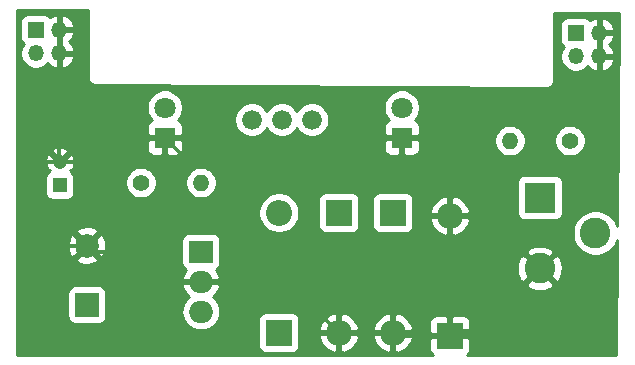
<source format=gbl>
%TF.GenerationSoftware,KiCad,Pcbnew,(5.1.8)-1*%
%TF.CreationDate,2021-01-27T01:42:37+07:00*%
%TF.ProjectId,BD_power_supply,42445f70-6f77-4657-925f-737570706c79,1.0*%
%TF.SameCoordinates,Original*%
%TF.FileFunction,Copper,L2,Bot*%
%TF.FilePolarity,Positive*%
%FSLAX46Y46*%
G04 Gerber Fmt 4.6, Leading zero omitted, Abs format (unit mm)*
G04 Created by KiCad (PCBNEW (5.1.8)-1) date 2021-01-27 01:42:37*
%MOMM*%
%LPD*%
G01*
G04 APERTURE LIST*
%TA.AperFunction,ComponentPad*%
%ADD10O,2.000000X1.905000*%
%TD*%
%TA.AperFunction,ComponentPad*%
%ADD11R,2.000000X1.905000*%
%TD*%
%TA.AperFunction,ComponentPad*%
%ADD12O,1.400000X1.400000*%
%TD*%
%TA.AperFunction,ComponentPad*%
%ADD13C,1.400000*%
%TD*%
%TA.AperFunction,ComponentPad*%
%ADD14C,2.600000*%
%TD*%
%TA.AperFunction,ComponentPad*%
%ADD15R,2.600000X2.600000*%
%TD*%
%TA.AperFunction,ComponentPad*%
%ADD16O,1.350000X1.350000*%
%TD*%
%TA.AperFunction,ComponentPad*%
%ADD17R,1.350000X1.350000*%
%TD*%
%TA.AperFunction,ComponentPad*%
%ADD18C,1.800000*%
%TD*%
%TA.AperFunction,ComponentPad*%
%ADD19R,1.800000X1.800000*%
%TD*%
%TA.AperFunction,ComponentPad*%
%ADD20O,2.200000X2.200000*%
%TD*%
%TA.AperFunction,ComponentPad*%
%ADD21R,2.200000X2.200000*%
%TD*%
%TA.AperFunction,ComponentPad*%
%ADD22C,1.200000*%
%TD*%
%TA.AperFunction,ComponentPad*%
%ADD23R,1.200000X1.200000*%
%TD*%
%TA.AperFunction,ComponentPad*%
%ADD24C,1.676400*%
%TD*%
%TA.AperFunction,ComponentPad*%
%ADD25R,2.000000X2.000000*%
%TD*%
%TA.AperFunction,ComponentPad*%
%ADD26C,2.000000*%
%TD*%
%TA.AperFunction,Conductor*%
%ADD27C,0.300000*%
%TD*%
%TA.AperFunction,Conductor*%
%ADD28C,0.254000*%
%TD*%
%TA.AperFunction,Conductor*%
%ADD29C,0.100000*%
%TD*%
G04 APERTURE END LIST*
D10*
%TO.P,U1,3*%
%TO.N,Net-(C2-Pad1)*%
X132080000Y-107950000D03*
%TO.P,U1,2*%
%TO.N,GND*%
X132080000Y-105410000D03*
D11*
%TO.P,U1,1*%
%TO.N,/V_IN*%
X132080000Y-102870000D03*
%TD*%
D12*
%TO.P,R2,2*%
%TO.N,V_out*%
X132080000Y-97028000D03*
D13*
%TO.P,R2,1*%
%TO.N,Net-(D6-Pad2)*%
X127000000Y-97028000D03*
%TD*%
D14*
%TO.P,J3,3*%
%TO.N,Net-(J3-Pad3)*%
X165482000Y-101298000D03*
%TO.P,J3,2*%
%TO.N,GND*%
X160782000Y-104298000D03*
D15*
%TO.P,J3,1*%
%TO.N,/VCC*%
X160782000Y-98298000D03*
%TD*%
D16*
%TO.P,J2,4*%
%TO.N,GND*%
X120110000Y-86074000D03*
%TO.P,J2,3*%
X120110000Y-84074000D03*
%TO.P,J2,2*%
%TO.N,V_out*%
X118110000Y-86074000D03*
D17*
%TO.P,J2,1*%
X118110000Y-84074000D03*
%TD*%
D16*
%TO.P,J1,4*%
%TO.N,GND*%
X165830000Y-86328000D03*
%TO.P,J1,3*%
X165830000Y-84328000D03*
%TO.P,J1,2*%
%TO.N,V_out*%
X163830000Y-86328000D03*
D17*
%TO.P,J1,1*%
X163830000Y-84328000D03*
%TD*%
D18*
%TO.P,D6,2*%
%TO.N,Net-(D6-Pad2)*%
X129032000Y-90678000D03*
D19*
%TO.P,D6,1*%
%TO.N,GND*%
X129032000Y-93218000D03*
%TD*%
D18*
%TO.P,D5,2*%
%TO.N,Net-(D5-Pad2)*%
X149098000Y-90678000D03*
D19*
%TO.P,D5,1*%
%TO.N,GND*%
X149098000Y-93218000D03*
%TD*%
D20*
%TO.P,D4,2*%
%TO.N,GND*%
X153162000Y-99822000D03*
D21*
%TO.P,D4,1*%
X153162000Y-109982000D03*
%TD*%
D20*
%TO.P,D3,2*%
%TO.N,GND*%
X148336000Y-109728000D03*
D21*
%TO.P,D3,1*%
%TO.N,/V_IN*%
X148336000Y-99568000D03*
%TD*%
D20*
%TO.P,D2,2*%
%TO.N,GND*%
X143764000Y-109728000D03*
D21*
%TO.P,D2,1*%
%TO.N,/VCC*%
X143764000Y-99568000D03*
%TD*%
D20*
%TO.P,D1,2*%
%TO.N,/VCC*%
X138684000Y-99568000D03*
D21*
%TO.P,D1,1*%
%TO.N,/V_IN*%
X138684000Y-109728000D03*
%TD*%
D22*
%TO.P,C1,2*%
%TO.N,GND*%
X120142000Y-95250000D03*
D23*
%TO.P,C1,1*%
%TO.N,/V_IN*%
X120142000Y-97250000D03*
%TD*%
D24*
%TO.P,S1,P*%
%TO.N,Net-(C2-Pad1)*%
X138938000Y-91694000D03*
%TO.P,S1,O*%
%TO.N,V_out*%
X141478000Y-91694000D03*
%TO.P,S1,S*%
%TO.N,Net-(S1-PadS)*%
X136398000Y-91694000D03*
%TD*%
D25*
%TO.P,C2,1*%
%TO.N,Net-(C2-Pad1)*%
X122428000Y-107362000D03*
D26*
%TO.P,C2,2*%
%TO.N,GND*%
X122428000Y-102362000D03*
%TD*%
D13*
%TO.P,R1,1*%
%TO.N,Net-(D5-Pad2)*%
X163322000Y-93472000D03*
D12*
%TO.P,R1,2*%
%TO.N,Net-(C2-Pad1)*%
X158242000Y-93472000D03*
%TD*%
D27*
%TO.N,/V_IN*%
X148350801Y-99568000D02*
X148219000Y-99699801D01*
%TO.N,GND*%
X120152002Y-95250000D02*
X120142000Y-95250000D01*
X160782000Y-104298000D02*
X156306000Y-99822000D01*
X156306000Y-99822000D02*
X153162000Y-99822000D01*
X160782000Y-104298000D02*
X155448000Y-109632000D01*
X153512000Y-109632000D02*
X153162000Y-109982000D01*
X155448000Y-109632000D02*
X153512000Y-109632000D01*
X148590000Y-109982000D02*
X148336000Y-109728000D01*
X153162000Y-109982000D02*
X148590000Y-109982000D01*
X148336000Y-109728000D02*
X145542000Y-109728000D01*
X145542000Y-109728000D02*
X143764000Y-109728000D01*
X143764000Y-109728000D02*
X141986000Y-107950000D01*
X141986000Y-107950000D02*
X141986000Y-106680000D01*
X140716000Y-105410000D02*
X132080000Y-105410000D01*
X141986000Y-106680000D02*
X140716000Y-105410000D01*
X132080000Y-105410000D02*
X130048000Y-105410000D01*
X130048000Y-105410000D02*
X127508000Y-102870000D01*
X122936000Y-102870000D02*
X122428000Y-102362000D01*
X127508000Y-102870000D02*
X122936000Y-102870000D01*
X122428000Y-102362000D02*
X120650000Y-102362000D01*
X120650000Y-102362000D02*
X118618000Y-100330000D01*
X118618000Y-100330000D02*
X118618000Y-95504000D01*
X118872000Y-95250000D02*
X120142000Y-95250000D01*
X118618000Y-95504000D02*
X118872000Y-95250000D01*
X120110000Y-84074000D02*
X120110000Y-86074000D01*
X120110000Y-95218000D02*
X120142000Y-95250000D01*
X120110000Y-86074000D02*
X120110000Y-95218000D01*
X120142000Y-95250000D02*
X122174000Y-95250000D01*
X124206000Y-93218000D02*
X129032000Y-93218000D01*
X122174000Y-95250000D02*
X124206000Y-93218000D01*
X153162000Y-99822000D02*
X153162000Y-95758000D01*
X150622000Y-93218000D02*
X149098000Y-93218000D01*
X153162000Y-95758000D02*
X150622000Y-93218000D01*
X165830000Y-84328000D02*
X165830000Y-86328000D01*
X165830000Y-86328000D02*
X165830000Y-96552000D01*
X165830000Y-96552000D02*
X163068000Y-99314000D01*
X163068000Y-102012000D02*
X160782000Y-104298000D01*
X163068000Y-99314000D02*
X163068000Y-102012000D01*
X149098000Y-93218000D02*
X145542000Y-93218000D01*
X145542000Y-93218000D02*
X144018000Y-94742000D01*
X130556000Y-94742000D02*
X129032000Y-93218000D01*
X144018000Y-94742000D02*
X130556000Y-94742000D01*
%TD*%
D28*
%TO.N,GND*%
X122530000Y-88103377D02*
X122526822Y-88133579D01*
X122530000Y-88168212D01*
X122530000Y-88170418D01*
X122532964Y-88200513D01*
X122538702Y-88263043D01*
X122539332Y-88265172D01*
X122539550Y-88267382D01*
X122557788Y-88327503D01*
X122575612Y-88387702D01*
X122576645Y-88389666D01*
X122577290Y-88391792D01*
X122606895Y-88447180D01*
X122636131Y-88502765D01*
X122637529Y-88504491D01*
X122638575Y-88506449D01*
X122678452Y-88555039D01*
X122717937Y-88603811D01*
X122719641Y-88605228D01*
X122721052Y-88606948D01*
X122769699Y-88646872D01*
X122817883Y-88686956D01*
X122819830Y-88688013D01*
X122821550Y-88689425D01*
X122877022Y-88719075D01*
X122932128Y-88749004D01*
X122934247Y-88749662D01*
X122936207Y-88750710D01*
X122996344Y-88768953D01*
X123056284Y-88787573D01*
X123058492Y-88787805D01*
X123060617Y-88788450D01*
X123123150Y-88794609D01*
X123153182Y-88797769D01*
X123155384Y-88797784D01*
X123190000Y-88801193D01*
X123220226Y-88798216D01*
X161255382Y-89051783D01*
X161290000Y-89055193D01*
X161352555Y-89049032D01*
X161415044Y-89043298D01*
X161417173Y-89042668D01*
X161419383Y-89042450D01*
X161479504Y-89024212D01*
X161539703Y-89006388D01*
X161541667Y-89005355D01*
X161543793Y-89004710D01*
X161599181Y-88975105D01*
X161654766Y-88945869D01*
X161656492Y-88944471D01*
X161658450Y-88943425D01*
X161707042Y-88903546D01*
X161755811Y-88864063D01*
X161757228Y-88862359D01*
X161758948Y-88860948D01*
X161798872Y-88812301D01*
X161837225Y-88766198D01*
X161845833Y-88763648D01*
X161867866Y-88752056D01*
X161887214Y-88736388D01*
X161903133Y-88717246D01*
X161915013Y-88695367D01*
X161922395Y-88671590D01*
X161925000Y-88646000D01*
X161925000Y-88572628D01*
X161939573Y-88525716D01*
X161939805Y-88523508D01*
X161940450Y-88521383D01*
X161946608Y-88458858D01*
X161953178Y-88396421D01*
X161950000Y-88361788D01*
X161950000Y-83653000D01*
X162516928Y-83653000D01*
X162516928Y-85003000D01*
X162529188Y-85127482D01*
X162565498Y-85247180D01*
X162624463Y-85357494D01*
X162703815Y-85454185D01*
X162790697Y-85525487D01*
X162669093Y-85707482D01*
X162570342Y-85945887D01*
X162520000Y-86198976D01*
X162520000Y-86457024D01*
X162570342Y-86710113D01*
X162669093Y-86948518D01*
X162812456Y-87163077D01*
X162994923Y-87345544D01*
X163209482Y-87488907D01*
X163447887Y-87587658D01*
X163700976Y-87638000D01*
X163959024Y-87638000D01*
X164212113Y-87587658D01*
X164450518Y-87488907D01*
X164665077Y-87345544D01*
X164836681Y-87173940D01*
X164958773Y-87306303D01*
X165166371Y-87457473D01*
X165399472Y-87565238D01*
X165500600Y-87595910D01*
X165703000Y-87472224D01*
X165703000Y-86455000D01*
X165957000Y-86455000D01*
X165957000Y-87472224D01*
X166159400Y-87595910D01*
X166260528Y-87565238D01*
X166493629Y-87457473D01*
X166701227Y-87306303D01*
X166875344Y-87117537D01*
X167009289Y-86898430D01*
X167097915Y-86657401D01*
X166975085Y-86455000D01*
X165957000Y-86455000D01*
X165703000Y-86455000D01*
X165683000Y-86455000D01*
X165683000Y-86201000D01*
X165703000Y-86201000D01*
X165703000Y-84455000D01*
X165957000Y-84455000D01*
X165957000Y-86201000D01*
X166975085Y-86201000D01*
X167097915Y-85998599D01*
X167009289Y-85757570D01*
X166875344Y-85538463D01*
X166701227Y-85349697D01*
X166671431Y-85328000D01*
X166701227Y-85306303D01*
X166875344Y-85117537D01*
X167009289Y-84898430D01*
X167097915Y-84657401D01*
X166975085Y-84455000D01*
X165957000Y-84455000D01*
X165703000Y-84455000D01*
X165683000Y-84455000D01*
X165683000Y-84201000D01*
X165703000Y-84201000D01*
X165703000Y-83183776D01*
X165957000Y-83183776D01*
X165957000Y-84201000D01*
X166975085Y-84201000D01*
X167097915Y-83998599D01*
X167009289Y-83757570D01*
X166875344Y-83538463D01*
X166701227Y-83349697D01*
X166493629Y-83198527D01*
X166260528Y-83090762D01*
X166159400Y-83060090D01*
X165957000Y-83183776D01*
X165703000Y-83183776D01*
X165500600Y-83060090D01*
X165399472Y-83090762D01*
X165166371Y-83198527D01*
X165033119Y-83295559D01*
X164956185Y-83201815D01*
X164859494Y-83122463D01*
X164749180Y-83063498D01*
X164629482Y-83027188D01*
X164505000Y-83014928D01*
X163155000Y-83014928D01*
X163030518Y-83027188D01*
X162910820Y-83063498D01*
X162800506Y-83122463D01*
X162703815Y-83201815D01*
X162624463Y-83298506D01*
X162565498Y-83408820D01*
X162529188Y-83528518D01*
X162516928Y-83653000D01*
X161950000Y-83653000D01*
X161950000Y-82702000D01*
X167482431Y-82702000D01*
X167331138Y-100705815D01*
X167196775Y-100381434D01*
X166985013Y-100064509D01*
X166715491Y-99794987D01*
X166398566Y-99583225D01*
X166046419Y-99437361D01*
X165672581Y-99363000D01*
X165291419Y-99363000D01*
X164917581Y-99437361D01*
X164565434Y-99583225D01*
X164248509Y-99794987D01*
X163978987Y-100064509D01*
X163767225Y-100381434D01*
X163621361Y-100733581D01*
X163547000Y-101107419D01*
X163547000Y-101488581D01*
X163621361Y-101862419D01*
X163767225Y-102214566D01*
X163978987Y-102531491D01*
X164248509Y-102801013D01*
X164565434Y-103012775D01*
X164917581Y-103158639D01*
X165291419Y-103233000D01*
X165672581Y-103233000D01*
X166046419Y-103158639D01*
X166398566Y-103012775D01*
X166715491Y-102801013D01*
X166985013Y-102531491D01*
X167196775Y-102214566D01*
X167320979Y-101914710D01*
X167239523Y-111608000D01*
X154622022Y-111608000D01*
X154713185Y-111533185D01*
X154792537Y-111436494D01*
X154851502Y-111326180D01*
X154887812Y-111206482D01*
X154900072Y-111082000D01*
X154897000Y-110267750D01*
X154738250Y-110109000D01*
X153289000Y-110109000D01*
X153289000Y-110129000D01*
X153035000Y-110129000D01*
X153035000Y-110109000D01*
X151585750Y-110109000D01*
X151427000Y-110267750D01*
X151423928Y-111082000D01*
X151436188Y-111206482D01*
X151472498Y-111326180D01*
X151531463Y-111436494D01*
X151610815Y-111533185D01*
X151701978Y-111608000D01*
X116484000Y-111608000D01*
X116484000Y-106362000D01*
X120789928Y-106362000D01*
X120789928Y-108362000D01*
X120802188Y-108486482D01*
X120838498Y-108606180D01*
X120897463Y-108716494D01*
X120976815Y-108813185D01*
X121073506Y-108892537D01*
X121183820Y-108951502D01*
X121303518Y-108987812D01*
X121428000Y-109000072D01*
X123428000Y-109000072D01*
X123552482Y-108987812D01*
X123672180Y-108951502D01*
X123782494Y-108892537D01*
X123879185Y-108813185D01*
X123958537Y-108716494D01*
X124017502Y-108606180D01*
X124053812Y-108486482D01*
X124066072Y-108362000D01*
X124066072Y-107950000D01*
X130437319Y-107950000D01*
X130467970Y-108261204D01*
X130558745Y-108560449D01*
X130706155Y-108836235D01*
X130904537Y-109077963D01*
X131146265Y-109276345D01*
X131422051Y-109423755D01*
X131721296Y-109514530D01*
X131954514Y-109537500D01*
X132205486Y-109537500D01*
X132438704Y-109514530D01*
X132737949Y-109423755D01*
X133013735Y-109276345D01*
X133255463Y-109077963D01*
X133453845Y-108836235D01*
X133565148Y-108628000D01*
X136945928Y-108628000D01*
X136945928Y-110828000D01*
X136958188Y-110952482D01*
X136994498Y-111072180D01*
X137053463Y-111182494D01*
X137132815Y-111279185D01*
X137229506Y-111358537D01*
X137339820Y-111417502D01*
X137459518Y-111453812D01*
X137584000Y-111466072D01*
X139784000Y-111466072D01*
X139908482Y-111453812D01*
X140028180Y-111417502D01*
X140138494Y-111358537D01*
X140235185Y-111279185D01*
X140314537Y-111182494D01*
X140373502Y-111072180D01*
X140409812Y-110952482D01*
X140422072Y-110828000D01*
X140422072Y-110124123D01*
X142074821Y-110124123D01*
X142184558Y-110446054D01*
X142354992Y-110740391D01*
X142579573Y-110995822D01*
X142849671Y-111202531D01*
X143154906Y-111352575D01*
X143367878Y-111417175D01*
X143637000Y-111299125D01*
X143637000Y-109855000D01*
X143891000Y-109855000D01*
X143891000Y-111299125D01*
X144160122Y-111417175D01*
X144373094Y-111352575D01*
X144678329Y-111202531D01*
X144948427Y-110995822D01*
X145173008Y-110740391D01*
X145343442Y-110446054D01*
X145453179Y-110124123D01*
X146646821Y-110124123D01*
X146756558Y-110446054D01*
X146926992Y-110740391D01*
X147151573Y-110995822D01*
X147421671Y-111202531D01*
X147726906Y-111352575D01*
X147939878Y-111417175D01*
X148209000Y-111299125D01*
X148209000Y-109855000D01*
X148463000Y-109855000D01*
X148463000Y-111299125D01*
X148732122Y-111417175D01*
X148945094Y-111352575D01*
X149250329Y-111202531D01*
X149520427Y-110995822D01*
X149745008Y-110740391D01*
X149915442Y-110446054D01*
X150025179Y-110124123D01*
X149907600Y-109855000D01*
X148463000Y-109855000D01*
X148209000Y-109855000D01*
X146764400Y-109855000D01*
X146646821Y-110124123D01*
X145453179Y-110124123D01*
X145335600Y-109855000D01*
X143891000Y-109855000D01*
X143637000Y-109855000D01*
X142192400Y-109855000D01*
X142074821Y-110124123D01*
X140422072Y-110124123D01*
X140422072Y-109331877D01*
X142074821Y-109331877D01*
X142192400Y-109601000D01*
X143637000Y-109601000D01*
X143637000Y-108156875D01*
X143891000Y-108156875D01*
X143891000Y-109601000D01*
X145335600Y-109601000D01*
X145453179Y-109331877D01*
X146646821Y-109331877D01*
X146764400Y-109601000D01*
X148209000Y-109601000D01*
X148209000Y-108156875D01*
X148463000Y-108156875D01*
X148463000Y-109601000D01*
X149907600Y-109601000D01*
X150025179Y-109331877D01*
X149915442Y-109009946D01*
X149841356Y-108882000D01*
X151423928Y-108882000D01*
X151427000Y-109696250D01*
X151585750Y-109855000D01*
X153035000Y-109855000D01*
X153035000Y-108405750D01*
X153289000Y-108405750D01*
X153289000Y-109855000D01*
X154738250Y-109855000D01*
X154897000Y-109696250D01*
X154900072Y-108882000D01*
X154887812Y-108757518D01*
X154851502Y-108637820D01*
X154792537Y-108527506D01*
X154713185Y-108430815D01*
X154616494Y-108351463D01*
X154506180Y-108292498D01*
X154386482Y-108256188D01*
X154262000Y-108243928D01*
X153447750Y-108247000D01*
X153289000Y-108405750D01*
X153035000Y-108405750D01*
X152876250Y-108247000D01*
X152062000Y-108243928D01*
X151937518Y-108256188D01*
X151817820Y-108292498D01*
X151707506Y-108351463D01*
X151610815Y-108430815D01*
X151531463Y-108527506D01*
X151472498Y-108637820D01*
X151436188Y-108757518D01*
X151423928Y-108882000D01*
X149841356Y-108882000D01*
X149745008Y-108715609D01*
X149520427Y-108460178D01*
X149250329Y-108253469D01*
X148945094Y-108103425D01*
X148732122Y-108038825D01*
X148463000Y-108156875D01*
X148209000Y-108156875D01*
X147939878Y-108038825D01*
X147726906Y-108103425D01*
X147421671Y-108253469D01*
X147151573Y-108460178D01*
X146926992Y-108715609D01*
X146756558Y-109009946D01*
X146646821Y-109331877D01*
X145453179Y-109331877D01*
X145343442Y-109009946D01*
X145173008Y-108715609D01*
X144948427Y-108460178D01*
X144678329Y-108253469D01*
X144373094Y-108103425D01*
X144160122Y-108038825D01*
X143891000Y-108156875D01*
X143637000Y-108156875D01*
X143367878Y-108038825D01*
X143154906Y-108103425D01*
X142849671Y-108253469D01*
X142579573Y-108460178D01*
X142354992Y-108715609D01*
X142184558Y-109009946D01*
X142074821Y-109331877D01*
X140422072Y-109331877D01*
X140422072Y-108628000D01*
X140409812Y-108503518D01*
X140373502Y-108383820D01*
X140314537Y-108273506D01*
X140235185Y-108176815D01*
X140138494Y-108097463D01*
X140028180Y-108038498D01*
X139908482Y-108002188D01*
X139784000Y-107989928D01*
X137584000Y-107989928D01*
X137459518Y-108002188D01*
X137339820Y-108038498D01*
X137229506Y-108097463D01*
X137132815Y-108176815D01*
X137053463Y-108273506D01*
X136994498Y-108383820D01*
X136958188Y-108503518D01*
X136945928Y-108628000D01*
X133565148Y-108628000D01*
X133601255Y-108560449D01*
X133692030Y-108261204D01*
X133722681Y-107950000D01*
X133692030Y-107638796D01*
X133601255Y-107339551D01*
X133453845Y-107063765D01*
X133255463Y-106822037D01*
X133076101Y-106674837D01*
X133261315Y-106519437D01*
X133455969Y-106276923D01*
X133599571Y-106001094D01*
X133670563Y-105782980D01*
X133604353Y-105647224D01*
X159612381Y-105647224D01*
X159744317Y-105942312D01*
X160085045Y-106113159D01*
X160452557Y-106214250D01*
X160832729Y-106241701D01*
X161210951Y-106194457D01*
X161572690Y-106074333D01*
X161819683Y-105942312D01*
X161951619Y-105647224D01*
X160782000Y-104477605D01*
X159612381Y-105647224D01*
X133604353Y-105647224D01*
X133550594Y-105537000D01*
X132207000Y-105537000D01*
X132207000Y-105557000D01*
X131953000Y-105557000D01*
X131953000Y-105537000D01*
X130609406Y-105537000D01*
X130489437Y-105782980D01*
X130560429Y-106001094D01*
X130704031Y-106276923D01*
X130898685Y-106519437D01*
X131083899Y-106674837D01*
X130904537Y-106822037D01*
X130706155Y-107063765D01*
X130558745Y-107339551D01*
X130467970Y-107638796D01*
X130437319Y-107950000D01*
X124066072Y-107950000D01*
X124066072Y-106362000D01*
X124053812Y-106237518D01*
X124017502Y-106117820D01*
X123958537Y-106007506D01*
X123879185Y-105910815D01*
X123782494Y-105831463D01*
X123672180Y-105772498D01*
X123552482Y-105736188D01*
X123428000Y-105723928D01*
X121428000Y-105723928D01*
X121303518Y-105736188D01*
X121183820Y-105772498D01*
X121073506Y-105831463D01*
X120976815Y-105910815D01*
X120897463Y-106007506D01*
X120838498Y-106117820D01*
X120802188Y-106237518D01*
X120789928Y-106362000D01*
X116484000Y-106362000D01*
X116484000Y-103497413D01*
X121472192Y-103497413D01*
X121567956Y-103761814D01*
X121857571Y-103902704D01*
X122169108Y-103984384D01*
X122490595Y-104003718D01*
X122809675Y-103959961D01*
X123114088Y-103854795D01*
X123288044Y-103761814D01*
X123383808Y-103497413D01*
X122428000Y-102541605D01*
X121472192Y-103497413D01*
X116484000Y-103497413D01*
X116484000Y-102424595D01*
X120786282Y-102424595D01*
X120830039Y-102743675D01*
X120935205Y-103048088D01*
X121028186Y-103222044D01*
X121292587Y-103317808D01*
X122248395Y-102362000D01*
X122607605Y-102362000D01*
X123563413Y-103317808D01*
X123827814Y-103222044D01*
X123968704Y-102932429D01*
X124050384Y-102620892D01*
X124069718Y-102299405D01*
X124025961Y-101980325D01*
X124004257Y-101917500D01*
X130441928Y-101917500D01*
X130441928Y-103822500D01*
X130454188Y-103946982D01*
X130490498Y-104066680D01*
X130549463Y-104176994D01*
X130628815Y-104273685D01*
X130725506Y-104353037D01*
X130817219Y-104402059D01*
X130704031Y-104543077D01*
X130560429Y-104818906D01*
X130489437Y-105037020D01*
X130609406Y-105283000D01*
X131953000Y-105283000D01*
X131953000Y-105263000D01*
X132207000Y-105263000D01*
X132207000Y-105283000D01*
X133550594Y-105283000D01*
X133670563Y-105037020D01*
X133599571Y-104818906D01*
X133455969Y-104543077D01*
X133342781Y-104402059D01*
X133434494Y-104353037D01*
X133439743Y-104348729D01*
X158838299Y-104348729D01*
X158885543Y-104726951D01*
X159005667Y-105088690D01*
X159137688Y-105335683D01*
X159432776Y-105467619D01*
X160602395Y-104298000D01*
X160961605Y-104298000D01*
X162131224Y-105467619D01*
X162426312Y-105335683D01*
X162597159Y-104994955D01*
X162698250Y-104627443D01*
X162725701Y-104247271D01*
X162678457Y-103869049D01*
X162558333Y-103507310D01*
X162426312Y-103260317D01*
X162131224Y-103128381D01*
X160961605Y-104298000D01*
X160602395Y-104298000D01*
X159432776Y-103128381D01*
X159137688Y-103260317D01*
X158966841Y-103601045D01*
X158865750Y-103968557D01*
X158838299Y-104348729D01*
X133439743Y-104348729D01*
X133531185Y-104273685D01*
X133610537Y-104176994D01*
X133669502Y-104066680D01*
X133705812Y-103946982D01*
X133718072Y-103822500D01*
X133718072Y-102948776D01*
X159612381Y-102948776D01*
X160782000Y-104118395D01*
X161951619Y-102948776D01*
X161819683Y-102653688D01*
X161478955Y-102482841D01*
X161111443Y-102381750D01*
X160731271Y-102354299D01*
X160353049Y-102401543D01*
X159991310Y-102521667D01*
X159744317Y-102653688D01*
X159612381Y-102948776D01*
X133718072Y-102948776D01*
X133718072Y-101917500D01*
X133705812Y-101793018D01*
X133669502Y-101673320D01*
X133610537Y-101563006D01*
X133531185Y-101466315D01*
X133434494Y-101386963D01*
X133324180Y-101327998D01*
X133204482Y-101291688D01*
X133080000Y-101279428D01*
X131080000Y-101279428D01*
X130955518Y-101291688D01*
X130835820Y-101327998D01*
X130725506Y-101386963D01*
X130628815Y-101466315D01*
X130549463Y-101563006D01*
X130490498Y-101673320D01*
X130454188Y-101793018D01*
X130441928Y-101917500D01*
X124004257Y-101917500D01*
X123920795Y-101675912D01*
X123827814Y-101501956D01*
X123563413Y-101406192D01*
X122607605Y-102362000D01*
X122248395Y-102362000D01*
X121292587Y-101406192D01*
X121028186Y-101501956D01*
X120887296Y-101791571D01*
X120805616Y-102103108D01*
X120786282Y-102424595D01*
X116484000Y-102424595D01*
X116484000Y-101226587D01*
X121472192Y-101226587D01*
X122428000Y-102182395D01*
X123383808Y-101226587D01*
X123288044Y-100962186D01*
X122998429Y-100821296D01*
X122686892Y-100739616D01*
X122365405Y-100720282D01*
X122046325Y-100764039D01*
X121741912Y-100869205D01*
X121567956Y-100962186D01*
X121472192Y-101226587D01*
X116484000Y-101226587D01*
X116484000Y-99397117D01*
X136949000Y-99397117D01*
X136949000Y-99738883D01*
X137015675Y-100074081D01*
X137146463Y-100389831D01*
X137336337Y-100673998D01*
X137578002Y-100915663D01*
X137862169Y-101105537D01*
X138177919Y-101236325D01*
X138513117Y-101303000D01*
X138854883Y-101303000D01*
X139190081Y-101236325D01*
X139505831Y-101105537D01*
X139789998Y-100915663D01*
X140031663Y-100673998D01*
X140221537Y-100389831D01*
X140352325Y-100074081D01*
X140419000Y-99738883D01*
X140419000Y-99397117D01*
X140352325Y-99061919D01*
X140221537Y-98746169D01*
X140035671Y-98468000D01*
X142025928Y-98468000D01*
X142025928Y-100668000D01*
X142038188Y-100792482D01*
X142074498Y-100912180D01*
X142133463Y-101022494D01*
X142212815Y-101119185D01*
X142309506Y-101198537D01*
X142419820Y-101257502D01*
X142539518Y-101293812D01*
X142664000Y-101306072D01*
X144864000Y-101306072D01*
X144988482Y-101293812D01*
X145108180Y-101257502D01*
X145218494Y-101198537D01*
X145315185Y-101119185D01*
X145394537Y-101022494D01*
X145453502Y-100912180D01*
X145489812Y-100792482D01*
X145502072Y-100668000D01*
X145502072Y-98468000D01*
X146597928Y-98468000D01*
X146597928Y-100668000D01*
X146610188Y-100792482D01*
X146646498Y-100912180D01*
X146705463Y-101022494D01*
X146784815Y-101119185D01*
X146881506Y-101198537D01*
X146991820Y-101257502D01*
X147111518Y-101293812D01*
X147236000Y-101306072D01*
X149436000Y-101306072D01*
X149560482Y-101293812D01*
X149680180Y-101257502D01*
X149790494Y-101198537D01*
X149887185Y-101119185D01*
X149966537Y-101022494D01*
X150025502Y-100912180D01*
X150061812Y-100792482D01*
X150074072Y-100668000D01*
X150074072Y-100218123D01*
X151472821Y-100218123D01*
X151582558Y-100540054D01*
X151752992Y-100834391D01*
X151977573Y-101089822D01*
X152247671Y-101296531D01*
X152552906Y-101446575D01*
X152765878Y-101511175D01*
X153035000Y-101393125D01*
X153035000Y-99949000D01*
X153289000Y-99949000D01*
X153289000Y-101393125D01*
X153558122Y-101511175D01*
X153771094Y-101446575D01*
X154076329Y-101296531D01*
X154346427Y-101089822D01*
X154571008Y-100834391D01*
X154741442Y-100540054D01*
X154851179Y-100218123D01*
X154733600Y-99949000D01*
X153289000Y-99949000D01*
X153035000Y-99949000D01*
X151590400Y-99949000D01*
X151472821Y-100218123D01*
X150074072Y-100218123D01*
X150074072Y-99425877D01*
X151472821Y-99425877D01*
X151590400Y-99695000D01*
X153035000Y-99695000D01*
X153035000Y-98250875D01*
X153289000Y-98250875D01*
X153289000Y-99695000D01*
X154733600Y-99695000D01*
X154851179Y-99425877D01*
X154741442Y-99103946D01*
X154571008Y-98809609D01*
X154346427Y-98554178D01*
X154076329Y-98347469D01*
X153771094Y-98197425D01*
X153558122Y-98132825D01*
X153289000Y-98250875D01*
X153035000Y-98250875D01*
X152765878Y-98132825D01*
X152552906Y-98197425D01*
X152247671Y-98347469D01*
X151977573Y-98554178D01*
X151752992Y-98809609D01*
X151582558Y-99103946D01*
X151472821Y-99425877D01*
X150074072Y-99425877D01*
X150074072Y-98468000D01*
X150061812Y-98343518D01*
X150025502Y-98223820D01*
X149966537Y-98113506D01*
X149887185Y-98016815D01*
X149790494Y-97937463D01*
X149680180Y-97878498D01*
X149560482Y-97842188D01*
X149436000Y-97829928D01*
X147236000Y-97829928D01*
X147111518Y-97842188D01*
X146991820Y-97878498D01*
X146881506Y-97937463D01*
X146784815Y-98016815D01*
X146705463Y-98113506D01*
X146646498Y-98223820D01*
X146610188Y-98343518D01*
X146597928Y-98468000D01*
X145502072Y-98468000D01*
X145489812Y-98343518D01*
X145453502Y-98223820D01*
X145394537Y-98113506D01*
X145315185Y-98016815D01*
X145218494Y-97937463D01*
X145108180Y-97878498D01*
X144988482Y-97842188D01*
X144864000Y-97829928D01*
X142664000Y-97829928D01*
X142539518Y-97842188D01*
X142419820Y-97878498D01*
X142309506Y-97937463D01*
X142212815Y-98016815D01*
X142133463Y-98113506D01*
X142074498Y-98223820D01*
X142038188Y-98343518D01*
X142025928Y-98468000D01*
X140035671Y-98468000D01*
X140031663Y-98462002D01*
X139789998Y-98220337D01*
X139505831Y-98030463D01*
X139190081Y-97899675D01*
X138854883Y-97833000D01*
X138513117Y-97833000D01*
X138177919Y-97899675D01*
X137862169Y-98030463D01*
X137578002Y-98220337D01*
X137336337Y-98462002D01*
X137146463Y-98746169D01*
X137015675Y-99061919D01*
X136949000Y-99397117D01*
X116484000Y-99397117D01*
X116484000Y-95328438D01*
X118903505Y-95328438D01*
X118942605Y-95568549D01*
X119027798Y-95796418D01*
X119068652Y-95872852D01*
X119292234Y-95920158D01*
X119175128Y-96037264D01*
X119233006Y-96095142D01*
X119187506Y-96119463D01*
X119090815Y-96198815D01*
X119011463Y-96295506D01*
X118952498Y-96405820D01*
X118916188Y-96525518D01*
X118903928Y-96650000D01*
X118903928Y-97850000D01*
X118916188Y-97974482D01*
X118952498Y-98094180D01*
X119011463Y-98204494D01*
X119090815Y-98301185D01*
X119187506Y-98380537D01*
X119297820Y-98439502D01*
X119417518Y-98475812D01*
X119542000Y-98488072D01*
X120742000Y-98488072D01*
X120866482Y-98475812D01*
X120986180Y-98439502D01*
X121096494Y-98380537D01*
X121193185Y-98301185D01*
X121272537Y-98204494D01*
X121331502Y-98094180D01*
X121367812Y-97974482D01*
X121380072Y-97850000D01*
X121380072Y-96896514D01*
X125665000Y-96896514D01*
X125665000Y-97159486D01*
X125716304Y-97417405D01*
X125816939Y-97660359D01*
X125963038Y-97879013D01*
X126148987Y-98064962D01*
X126367641Y-98211061D01*
X126610595Y-98311696D01*
X126868514Y-98363000D01*
X127131486Y-98363000D01*
X127389405Y-98311696D01*
X127632359Y-98211061D01*
X127851013Y-98064962D01*
X128036962Y-97879013D01*
X128183061Y-97660359D01*
X128283696Y-97417405D01*
X128335000Y-97159486D01*
X128335000Y-96896514D01*
X130745000Y-96896514D01*
X130745000Y-97159486D01*
X130796304Y-97417405D01*
X130896939Y-97660359D01*
X131043038Y-97879013D01*
X131228987Y-98064962D01*
X131447641Y-98211061D01*
X131690595Y-98311696D01*
X131948514Y-98363000D01*
X132211486Y-98363000D01*
X132469405Y-98311696D01*
X132712359Y-98211061D01*
X132931013Y-98064962D01*
X133116962Y-97879013D01*
X133263061Y-97660359D01*
X133363696Y-97417405D01*
X133415000Y-97159486D01*
X133415000Y-96998000D01*
X158843928Y-96998000D01*
X158843928Y-99598000D01*
X158856188Y-99722482D01*
X158892498Y-99842180D01*
X158951463Y-99952494D01*
X159030815Y-100049185D01*
X159127506Y-100128537D01*
X159237820Y-100187502D01*
X159357518Y-100223812D01*
X159482000Y-100236072D01*
X162082000Y-100236072D01*
X162206482Y-100223812D01*
X162326180Y-100187502D01*
X162436494Y-100128537D01*
X162533185Y-100049185D01*
X162612537Y-99952494D01*
X162671502Y-99842180D01*
X162707812Y-99722482D01*
X162720072Y-99598000D01*
X162720072Y-96998000D01*
X162707812Y-96873518D01*
X162671502Y-96753820D01*
X162612537Y-96643506D01*
X162533185Y-96546815D01*
X162436494Y-96467463D01*
X162326180Y-96408498D01*
X162206482Y-96372188D01*
X162082000Y-96359928D01*
X159482000Y-96359928D01*
X159357518Y-96372188D01*
X159237820Y-96408498D01*
X159127506Y-96467463D01*
X159030815Y-96546815D01*
X158951463Y-96643506D01*
X158892498Y-96753820D01*
X158856188Y-96873518D01*
X158843928Y-96998000D01*
X133415000Y-96998000D01*
X133415000Y-96896514D01*
X133363696Y-96638595D01*
X133263061Y-96395641D01*
X133116962Y-96176987D01*
X132931013Y-95991038D01*
X132712359Y-95844939D01*
X132469405Y-95744304D01*
X132211486Y-95693000D01*
X131948514Y-95693000D01*
X131690595Y-95744304D01*
X131447641Y-95844939D01*
X131228987Y-95991038D01*
X131043038Y-96176987D01*
X130896939Y-96395641D01*
X130796304Y-96638595D01*
X130745000Y-96896514D01*
X128335000Y-96896514D01*
X128283696Y-96638595D01*
X128183061Y-96395641D01*
X128036962Y-96176987D01*
X127851013Y-95991038D01*
X127632359Y-95844939D01*
X127389405Y-95744304D01*
X127131486Y-95693000D01*
X126868514Y-95693000D01*
X126610595Y-95744304D01*
X126367641Y-95844939D01*
X126148987Y-95991038D01*
X125963038Y-96176987D01*
X125816939Y-96395641D01*
X125716304Y-96638595D01*
X125665000Y-96896514D01*
X121380072Y-96896514D01*
X121380072Y-96650000D01*
X121367812Y-96525518D01*
X121331502Y-96405820D01*
X121272537Y-96295506D01*
X121193185Y-96198815D01*
X121096494Y-96119463D01*
X121050994Y-96095142D01*
X121108872Y-96037264D01*
X120991766Y-95920158D01*
X121215348Y-95872852D01*
X121316237Y-95651484D01*
X121372000Y-95414687D01*
X121380495Y-95171562D01*
X121341395Y-94931451D01*
X121256202Y-94703582D01*
X121215348Y-94627148D01*
X120991764Y-94579841D01*
X120321605Y-95250000D01*
X120335748Y-95264143D01*
X120156143Y-95443748D01*
X120142000Y-95429605D01*
X120127858Y-95443748D01*
X119948253Y-95264143D01*
X119962395Y-95250000D01*
X119292236Y-94579841D01*
X119068652Y-94627148D01*
X118967763Y-94848516D01*
X118912000Y-95085313D01*
X118903505Y-95328438D01*
X116484000Y-95328438D01*
X116484000Y-94400236D01*
X119471841Y-94400236D01*
X120142000Y-95070395D01*
X120812159Y-94400236D01*
X120764852Y-94176652D01*
X120636160Y-94118000D01*
X127493928Y-94118000D01*
X127506188Y-94242482D01*
X127542498Y-94362180D01*
X127601463Y-94472494D01*
X127680815Y-94569185D01*
X127777506Y-94648537D01*
X127887820Y-94707502D01*
X128007518Y-94743812D01*
X128132000Y-94756072D01*
X128746250Y-94753000D01*
X128905000Y-94594250D01*
X128905000Y-93345000D01*
X129159000Y-93345000D01*
X129159000Y-94594250D01*
X129317750Y-94753000D01*
X129932000Y-94756072D01*
X130056482Y-94743812D01*
X130176180Y-94707502D01*
X130286494Y-94648537D01*
X130383185Y-94569185D01*
X130462537Y-94472494D01*
X130521502Y-94362180D01*
X130557812Y-94242482D01*
X130570072Y-94118000D01*
X147559928Y-94118000D01*
X147572188Y-94242482D01*
X147608498Y-94362180D01*
X147667463Y-94472494D01*
X147746815Y-94569185D01*
X147843506Y-94648537D01*
X147953820Y-94707502D01*
X148073518Y-94743812D01*
X148198000Y-94756072D01*
X148812250Y-94753000D01*
X148971000Y-94594250D01*
X148971000Y-93345000D01*
X149225000Y-93345000D01*
X149225000Y-94594250D01*
X149383750Y-94753000D01*
X149998000Y-94756072D01*
X150122482Y-94743812D01*
X150242180Y-94707502D01*
X150352494Y-94648537D01*
X150449185Y-94569185D01*
X150528537Y-94472494D01*
X150587502Y-94362180D01*
X150623812Y-94242482D01*
X150636072Y-94118000D01*
X150633000Y-93503750D01*
X150474250Y-93345000D01*
X149225000Y-93345000D01*
X148971000Y-93345000D01*
X147721750Y-93345000D01*
X147563000Y-93503750D01*
X147559928Y-94118000D01*
X130570072Y-94118000D01*
X130567000Y-93503750D01*
X130408250Y-93345000D01*
X129159000Y-93345000D01*
X128905000Y-93345000D01*
X127655750Y-93345000D01*
X127497000Y-93503750D01*
X127493928Y-94118000D01*
X120636160Y-94118000D01*
X120543484Y-94075763D01*
X120306687Y-94020000D01*
X120063562Y-94011505D01*
X119823451Y-94050605D01*
X119595582Y-94135798D01*
X119519148Y-94176652D01*
X119471841Y-94400236D01*
X116484000Y-94400236D01*
X116484000Y-93340514D01*
X156907000Y-93340514D01*
X156907000Y-93603486D01*
X156958304Y-93861405D01*
X157058939Y-94104359D01*
X157205038Y-94323013D01*
X157390987Y-94508962D01*
X157609641Y-94655061D01*
X157852595Y-94755696D01*
X158110514Y-94807000D01*
X158373486Y-94807000D01*
X158631405Y-94755696D01*
X158874359Y-94655061D01*
X159093013Y-94508962D01*
X159278962Y-94323013D01*
X159425061Y-94104359D01*
X159525696Y-93861405D01*
X159577000Y-93603486D01*
X159577000Y-93340514D01*
X161987000Y-93340514D01*
X161987000Y-93603486D01*
X162038304Y-93861405D01*
X162138939Y-94104359D01*
X162285038Y-94323013D01*
X162470987Y-94508962D01*
X162689641Y-94655061D01*
X162932595Y-94755696D01*
X163190514Y-94807000D01*
X163453486Y-94807000D01*
X163711405Y-94755696D01*
X163954359Y-94655061D01*
X164173013Y-94508962D01*
X164358962Y-94323013D01*
X164505061Y-94104359D01*
X164605696Y-93861405D01*
X164657000Y-93603486D01*
X164657000Y-93340514D01*
X164605696Y-93082595D01*
X164505061Y-92839641D01*
X164358962Y-92620987D01*
X164173013Y-92435038D01*
X163954359Y-92288939D01*
X163711405Y-92188304D01*
X163453486Y-92137000D01*
X163190514Y-92137000D01*
X162932595Y-92188304D01*
X162689641Y-92288939D01*
X162470987Y-92435038D01*
X162285038Y-92620987D01*
X162138939Y-92839641D01*
X162038304Y-93082595D01*
X161987000Y-93340514D01*
X159577000Y-93340514D01*
X159525696Y-93082595D01*
X159425061Y-92839641D01*
X159278962Y-92620987D01*
X159093013Y-92435038D01*
X158874359Y-92288939D01*
X158631405Y-92188304D01*
X158373486Y-92137000D01*
X158110514Y-92137000D01*
X157852595Y-92188304D01*
X157609641Y-92288939D01*
X157390987Y-92435038D01*
X157205038Y-92620987D01*
X157058939Y-92839641D01*
X156958304Y-93082595D01*
X156907000Y-93340514D01*
X116484000Y-93340514D01*
X116484000Y-92318000D01*
X127493928Y-92318000D01*
X127497000Y-92932250D01*
X127655750Y-93091000D01*
X128905000Y-93091000D01*
X128905000Y-93071000D01*
X129159000Y-93071000D01*
X129159000Y-93091000D01*
X130408250Y-93091000D01*
X130567000Y-92932250D01*
X130570072Y-92318000D01*
X130557812Y-92193518D01*
X130521502Y-92073820D01*
X130462537Y-91963506D01*
X130383185Y-91866815D01*
X130286494Y-91787463D01*
X130176180Y-91728498D01*
X130157873Y-91722944D01*
X130224312Y-91656505D01*
X130296210Y-91548902D01*
X134924800Y-91548902D01*
X134924800Y-91839098D01*
X134981414Y-92123717D01*
X135092467Y-92391822D01*
X135253691Y-92633110D01*
X135458890Y-92838309D01*
X135700178Y-92999533D01*
X135968283Y-93110586D01*
X136252902Y-93167200D01*
X136543098Y-93167200D01*
X136827717Y-93110586D01*
X137095822Y-92999533D01*
X137337110Y-92838309D01*
X137542309Y-92633110D01*
X137668000Y-92445001D01*
X137793691Y-92633110D01*
X137998890Y-92838309D01*
X138240178Y-92999533D01*
X138508283Y-93110586D01*
X138792902Y-93167200D01*
X139083098Y-93167200D01*
X139367717Y-93110586D01*
X139635822Y-92999533D01*
X139877110Y-92838309D01*
X140082309Y-92633110D01*
X140208000Y-92445001D01*
X140333691Y-92633110D01*
X140538890Y-92838309D01*
X140780178Y-92999533D01*
X141048283Y-93110586D01*
X141332902Y-93167200D01*
X141623098Y-93167200D01*
X141907717Y-93110586D01*
X142175822Y-92999533D01*
X142417110Y-92838309D01*
X142622309Y-92633110D01*
X142783533Y-92391822D01*
X142814111Y-92318000D01*
X147559928Y-92318000D01*
X147563000Y-92932250D01*
X147721750Y-93091000D01*
X148971000Y-93091000D01*
X148971000Y-93071000D01*
X149225000Y-93071000D01*
X149225000Y-93091000D01*
X150474250Y-93091000D01*
X150633000Y-92932250D01*
X150636072Y-92318000D01*
X150623812Y-92193518D01*
X150587502Y-92073820D01*
X150528537Y-91963506D01*
X150449185Y-91866815D01*
X150352494Y-91787463D01*
X150242180Y-91728498D01*
X150223873Y-91722944D01*
X150290312Y-91656505D01*
X150458299Y-91405095D01*
X150574011Y-91125743D01*
X150633000Y-90829184D01*
X150633000Y-90526816D01*
X150574011Y-90230257D01*
X150458299Y-89950905D01*
X150290312Y-89699495D01*
X150076505Y-89485688D01*
X149825095Y-89317701D01*
X149545743Y-89201989D01*
X149249184Y-89143000D01*
X148946816Y-89143000D01*
X148650257Y-89201989D01*
X148370905Y-89317701D01*
X148119495Y-89485688D01*
X147905688Y-89699495D01*
X147737701Y-89950905D01*
X147621989Y-90230257D01*
X147563000Y-90526816D01*
X147563000Y-90829184D01*
X147621989Y-91125743D01*
X147737701Y-91405095D01*
X147905688Y-91656505D01*
X147972127Y-91722944D01*
X147953820Y-91728498D01*
X147843506Y-91787463D01*
X147746815Y-91866815D01*
X147667463Y-91963506D01*
X147608498Y-92073820D01*
X147572188Y-92193518D01*
X147559928Y-92318000D01*
X142814111Y-92318000D01*
X142894586Y-92123717D01*
X142951200Y-91839098D01*
X142951200Y-91548902D01*
X142894586Y-91264283D01*
X142783533Y-90996178D01*
X142622309Y-90754890D01*
X142417110Y-90549691D01*
X142175822Y-90388467D01*
X141907717Y-90277414D01*
X141623098Y-90220800D01*
X141332902Y-90220800D01*
X141048283Y-90277414D01*
X140780178Y-90388467D01*
X140538890Y-90549691D01*
X140333691Y-90754890D01*
X140208000Y-90942999D01*
X140082309Y-90754890D01*
X139877110Y-90549691D01*
X139635822Y-90388467D01*
X139367717Y-90277414D01*
X139083098Y-90220800D01*
X138792902Y-90220800D01*
X138508283Y-90277414D01*
X138240178Y-90388467D01*
X137998890Y-90549691D01*
X137793691Y-90754890D01*
X137668000Y-90942999D01*
X137542309Y-90754890D01*
X137337110Y-90549691D01*
X137095822Y-90388467D01*
X136827717Y-90277414D01*
X136543098Y-90220800D01*
X136252902Y-90220800D01*
X135968283Y-90277414D01*
X135700178Y-90388467D01*
X135458890Y-90549691D01*
X135253691Y-90754890D01*
X135092467Y-90996178D01*
X134981414Y-91264283D01*
X134924800Y-91548902D01*
X130296210Y-91548902D01*
X130392299Y-91405095D01*
X130508011Y-91125743D01*
X130567000Y-90829184D01*
X130567000Y-90526816D01*
X130508011Y-90230257D01*
X130392299Y-89950905D01*
X130224312Y-89699495D01*
X130010505Y-89485688D01*
X129759095Y-89317701D01*
X129479743Y-89201989D01*
X129183184Y-89143000D01*
X128880816Y-89143000D01*
X128584257Y-89201989D01*
X128304905Y-89317701D01*
X128053495Y-89485688D01*
X127839688Y-89699495D01*
X127671701Y-89950905D01*
X127555989Y-90230257D01*
X127497000Y-90526816D01*
X127497000Y-90829184D01*
X127555989Y-91125743D01*
X127671701Y-91405095D01*
X127839688Y-91656505D01*
X127906127Y-91722944D01*
X127887820Y-91728498D01*
X127777506Y-91787463D01*
X127680815Y-91866815D01*
X127601463Y-91963506D01*
X127542498Y-92073820D01*
X127506188Y-92193518D01*
X127493928Y-92318000D01*
X116484000Y-92318000D01*
X116484000Y-83399000D01*
X116796928Y-83399000D01*
X116796928Y-84749000D01*
X116809188Y-84873482D01*
X116845498Y-84993180D01*
X116904463Y-85103494D01*
X116983815Y-85200185D01*
X117070697Y-85271487D01*
X116949093Y-85453482D01*
X116850342Y-85691887D01*
X116800000Y-85944976D01*
X116800000Y-86203024D01*
X116850342Y-86456113D01*
X116949093Y-86694518D01*
X117092456Y-86909077D01*
X117274923Y-87091544D01*
X117489482Y-87234907D01*
X117727887Y-87333658D01*
X117980976Y-87384000D01*
X118239024Y-87384000D01*
X118492113Y-87333658D01*
X118730518Y-87234907D01*
X118945077Y-87091544D01*
X119116681Y-86919940D01*
X119238773Y-87052303D01*
X119446371Y-87203473D01*
X119679472Y-87311238D01*
X119780600Y-87341910D01*
X119983000Y-87218224D01*
X119983000Y-86201000D01*
X120237000Y-86201000D01*
X120237000Y-87218224D01*
X120439400Y-87341910D01*
X120540528Y-87311238D01*
X120773629Y-87203473D01*
X120981227Y-87052303D01*
X121155344Y-86863537D01*
X121289289Y-86644430D01*
X121377915Y-86403401D01*
X121255085Y-86201000D01*
X120237000Y-86201000D01*
X119983000Y-86201000D01*
X119963000Y-86201000D01*
X119963000Y-85947000D01*
X119983000Y-85947000D01*
X119983000Y-84201000D01*
X120237000Y-84201000D01*
X120237000Y-85947000D01*
X121255085Y-85947000D01*
X121377915Y-85744599D01*
X121289289Y-85503570D01*
X121155344Y-85284463D01*
X120981227Y-85095697D01*
X120951431Y-85074000D01*
X120981227Y-85052303D01*
X121155344Y-84863537D01*
X121289289Y-84644430D01*
X121377915Y-84403401D01*
X121255085Y-84201000D01*
X120237000Y-84201000D01*
X119983000Y-84201000D01*
X119963000Y-84201000D01*
X119963000Y-83947000D01*
X119983000Y-83947000D01*
X119983000Y-82929776D01*
X120237000Y-82929776D01*
X120237000Y-83947000D01*
X121255085Y-83947000D01*
X121377915Y-83744599D01*
X121289289Y-83503570D01*
X121155344Y-83284463D01*
X120981227Y-83095697D01*
X120773629Y-82944527D01*
X120540528Y-82836762D01*
X120439400Y-82806090D01*
X120237000Y-82929776D01*
X119983000Y-82929776D01*
X119780600Y-82806090D01*
X119679472Y-82836762D01*
X119446371Y-82944527D01*
X119313119Y-83041559D01*
X119236185Y-82947815D01*
X119139494Y-82868463D01*
X119029180Y-82809498D01*
X118909482Y-82773188D01*
X118785000Y-82760928D01*
X117435000Y-82760928D01*
X117310518Y-82773188D01*
X117190820Y-82809498D01*
X117080506Y-82868463D01*
X116983815Y-82947815D01*
X116904463Y-83044506D01*
X116845498Y-83154820D01*
X116809188Y-83274518D01*
X116796928Y-83399000D01*
X116484000Y-83399000D01*
X116484000Y-82448000D01*
X122530001Y-82448000D01*
X122530000Y-88103377D01*
%TA.AperFunction,Conductor*%
D29*
G36*
X122530000Y-88103377D02*
G01*
X122526822Y-88133579D01*
X122530000Y-88168212D01*
X122530000Y-88170418D01*
X122532964Y-88200513D01*
X122538702Y-88263043D01*
X122539332Y-88265172D01*
X122539550Y-88267382D01*
X122557788Y-88327503D01*
X122575612Y-88387702D01*
X122576645Y-88389666D01*
X122577290Y-88391792D01*
X122606895Y-88447180D01*
X122636131Y-88502765D01*
X122637529Y-88504491D01*
X122638575Y-88506449D01*
X122678452Y-88555039D01*
X122717937Y-88603811D01*
X122719641Y-88605228D01*
X122721052Y-88606948D01*
X122769699Y-88646872D01*
X122817883Y-88686956D01*
X122819830Y-88688013D01*
X122821550Y-88689425D01*
X122877022Y-88719075D01*
X122932128Y-88749004D01*
X122934247Y-88749662D01*
X122936207Y-88750710D01*
X122996344Y-88768953D01*
X123056284Y-88787573D01*
X123058492Y-88787805D01*
X123060617Y-88788450D01*
X123123150Y-88794609D01*
X123153182Y-88797769D01*
X123155384Y-88797784D01*
X123190000Y-88801193D01*
X123220226Y-88798216D01*
X161255382Y-89051783D01*
X161290000Y-89055193D01*
X161352555Y-89049032D01*
X161415044Y-89043298D01*
X161417173Y-89042668D01*
X161419383Y-89042450D01*
X161479504Y-89024212D01*
X161539703Y-89006388D01*
X161541667Y-89005355D01*
X161543793Y-89004710D01*
X161599181Y-88975105D01*
X161654766Y-88945869D01*
X161656492Y-88944471D01*
X161658450Y-88943425D01*
X161707042Y-88903546D01*
X161755811Y-88864063D01*
X161757228Y-88862359D01*
X161758948Y-88860948D01*
X161798872Y-88812301D01*
X161837225Y-88766198D01*
X161845833Y-88763648D01*
X161867866Y-88752056D01*
X161887214Y-88736388D01*
X161903133Y-88717246D01*
X161915013Y-88695367D01*
X161922395Y-88671590D01*
X161925000Y-88646000D01*
X161925000Y-88572628D01*
X161939573Y-88525716D01*
X161939805Y-88523508D01*
X161940450Y-88521383D01*
X161946608Y-88458858D01*
X161953178Y-88396421D01*
X161950000Y-88361788D01*
X161950000Y-83653000D01*
X162516928Y-83653000D01*
X162516928Y-85003000D01*
X162529188Y-85127482D01*
X162565498Y-85247180D01*
X162624463Y-85357494D01*
X162703815Y-85454185D01*
X162790697Y-85525487D01*
X162669093Y-85707482D01*
X162570342Y-85945887D01*
X162520000Y-86198976D01*
X162520000Y-86457024D01*
X162570342Y-86710113D01*
X162669093Y-86948518D01*
X162812456Y-87163077D01*
X162994923Y-87345544D01*
X163209482Y-87488907D01*
X163447887Y-87587658D01*
X163700976Y-87638000D01*
X163959024Y-87638000D01*
X164212113Y-87587658D01*
X164450518Y-87488907D01*
X164665077Y-87345544D01*
X164836681Y-87173940D01*
X164958773Y-87306303D01*
X165166371Y-87457473D01*
X165399472Y-87565238D01*
X165500600Y-87595910D01*
X165703000Y-87472224D01*
X165703000Y-86455000D01*
X165957000Y-86455000D01*
X165957000Y-87472224D01*
X166159400Y-87595910D01*
X166260528Y-87565238D01*
X166493629Y-87457473D01*
X166701227Y-87306303D01*
X166875344Y-87117537D01*
X167009289Y-86898430D01*
X167097915Y-86657401D01*
X166975085Y-86455000D01*
X165957000Y-86455000D01*
X165703000Y-86455000D01*
X165683000Y-86455000D01*
X165683000Y-86201000D01*
X165703000Y-86201000D01*
X165703000Y-84455000D01*
X165957000Y-84455000D01*
X165957000Y-86201000D01*
X166975085Y-86201000D01*
X167097915Y-85998599D01*
X167009289Y-85757570D01*
X166875344Y-85538463D01*
X166701227Y-85349697D01*
X166671431Y-85328000D01*
X166701227Y-85306303D01*
X166875344Y-85117537D01*
X167009289Y-84898430D01*
X167097915Y-84657401D01*
X166975085Y-84455000D01*
X165957000Y-84455000D01*
X165703000Y-84455000D01*
X165683000Y-84455000D01*
X165683000Y-84201000D01*
X165703000Y-84201000D01*
X165703000Y-83183776D01*
X165957000Y-83183776D01*
X165957000Y-84201000D01*
X166975085Y-84201000D01*
X167097915Y-83998599D01*
X167009289Y-83757570D01*
X166875344Y-83538463D01*
X166701227Y-83349697D01*
X166493629Y-83198527D01*
X166260528Y-83090762D01*
X166159400Y-83060090D01*
X165957000Y-83183776D01*
X165703000Y-83183776D01*
X165500600Y-83060090D01*
X165399472Y-83090762D01*
X165166371Y-83198527D01*
X165033119Y-83295559D01*
X164956185Y-83201815D01*
X164859494Y-83122463D01*
X164749180Y-83063498D01*
X164629482Y-83027188D01*
X164505000Y-83014928D01*
X163155000Y-83014928D01*
X163030518Y-83027188D01*
X162910820Y-83063498D01*
X162800506Y-83122463D01*
X162703815Y-83201815D01*
X162624463Y-83298506D01*
X162565498Y-83408820D01*
X162529188Y-83528518D01*
X162516928Y-83653000D01*
X161950000Y-83653000D01*
X161950000Y-82702000D01*
X167482431Y-82702000D01*
X167331138Y-100705815D01*
X167196775Y-100381434D01*
X166985013Y-100064509D01*
X166715491Y-99794987D01*
X166398566Y-99583225D01*
X166046419Y-99437361D01*
X165672581Y-99363000D01*
X165291419Y-99363000D01*
X164917581Y-99437361D01*
X164565434Y-99583225D01*
X164248509Y-99794987D01*
X163978987Y-100064509D01*
X163767225Y-100381434D01*
X163621361Y-100733581D01*
X163547000Y-101107419D01*
X163547000Y-101488581D01*
X163621361Y-101862419D01*
X163767225Y-102214566D01*
X163978987Y-102531491D01*
X164248509Y-102801013D01*
X164565434Y-103012775D01*
X164917581Y-103158639D01*
X165291419Y-103233000D01*
X165672581Y-103233000D01*
X166046419Y-103158639D01*
X166398566Y-103012775D01*
X166715491Y-102801013D01*
X166985013Y-102531491D01*
X167196775Y-102214566D01*
X167320979Y-101914710D01*
X167239523Y-111608000D01*
X154622022Y-111608000D01*
X154713185Y-111533185D01*
X154792537Y-111436494D01*
X154851502Y-111326180D01*
X154887812Y-111206482D01*
X154900072Y-111082000D01*
X154897000Y-110267750D01*
X154738250Y-110109000D01*
X153289000Y-110109000D01*
X153289000Y-110129000D01*
X153035000Y-110129000D01*
X153035000Y-110109000D01*
X151585750Y-110109000D01*
X151427000Y-110267750D01*
X151423928Y-111082000D01*
X151436188Y-111206482D01*
X151472498Y-111326180D01*
X151531463Y-111436494D01*
X151610815Y-111533185D01*
X151701978Y-111608000D01*
X116484000Y-111608000D01*
X116484000Y-106362000D01*
X120789928Y-106362000D01*
X120789928Y-108362000D01*
X120802188Y-108486482D01*
X120838498Y-108606180D01*
X120897463Y-108716494D01*
X120976815Y-108813185D01*
X121073506Y-108892537D01*
X121183820Y-108951502D01*
X121303518Y-108987812D01*
X121428000Y-109000072D01*
X123428000Y-109000072D01*
X123552482Y-108987812D01*
X123672180Y-108951502D01*
X123782494Y-108892537D01*
X123879185Y-108813185D01*
X123958537Y-108716494D01*
X124017502Y-108606180D01*
X124053812Y-108486482D01*
X124066072Y-108362000D01*
X124066072Y-107950000D01*
X130437319Y-107950000D01*
X130467970Y-108261204D01*
X130558745Y-108560449D01*
X130706155Y-108836235D01*
X130904537Y-109077963D01*
X131146265Y-109276345D01*
X131422051Y-109423755D01*
X131721296Y-109514530D01*
X131954514Y-109537500D01*
X132205486Y-109537500D01*
X132438704Y-109514530D01*
X132737949Y-109423755D01*
X133013735Y-109276345D01*
X133255463Y-109077963D01*
X133453845Y-108836235D01*
X133565148Y-108628000D01*
X136945928Y-108628000D01*
X136945928Y-110828000D01*
X136958188Y-110952482D01*
X136994498Y-111072180D01*
X137053463Y-111182494D01*
X137132815Y-111279185D01*
X137229506Y-111358537D01*
X137339820Y-111417502D01*
X137459518Y-111453812D01*
X137584000Y-111466072D01*
X139784000Y-111466072D01*
X139908482Y-111453812D01*
X140028180Y-111417502D01*
X140138494Y-111358537D01*
X140235185Y-111279185D01*
X140314537Y-111182494D01*
X140373502Y-111072180D01*
X140409812Y-110952482D01*
X140422072Y-110828000D01*
X140422072Y-110124123D01*
X142074821Y-110124123D01*
X142184558Y-110446054D01*
X142354992Y-110740391D01*
X142579573Y-110995822D01*
X142849671Y-111202531D01*
X143154906Y-111352575D01*
X143367878Y-111417175D01*
X143637000Y-111299125D01*
X143637000Y-109855000D01*
X143891000Y-109855000D01*
X143891000Y-111299125D01*
X144160122Y-111417175D01*
X144373094Y-111352575D01*
X144678329Y-111202531D01*
X144948427Y-110995822D01*
X145173008Y-110740391D01*
X145343442Y-110446054D01*
X145453179Y-110124123D01*
X146646821Y-110124123D01*
X146756558Y-110446054D01*
X146926992Y-110740391D01*
X147151573Y-110995822D01*
X147421671Y-111202531D01*
X147726906Y-111352575D01*
X147939878Y-111417175D01*
X148209000Y-111299125D01*
X148209000Y-109855000D01*
X148463000Y-109855000D01*
X148463000Y-111299125D01*
X148732122Y-111417175D01*
X148945094Y-111352575D01*
X149250329Y-111202531D01*
X149520427Y-110995822D01*
X149745008Y-110740391D01*
X149915442Y-110446054D01*
X150025179Y-110124123D01*
X149907600Y-109855000D01*
X148463000Y-109855000D01*
X148209000Y-109855000D01*
X146764400Y-109855000D01*
X146646821Y-110124123D01*
X145453179Y-110124123D01*
X145335600Y-109855000D01*
X143891000Y-109855000D01*
X143637000Y-109855000D01*
X142192400Y-109855000D01*
X142074821Y-110124123D01*
X140422072Y-110124123D01*
X140422072Y-109331877D01*
X142074821Y-109331877D01*
X142192400Y-109601000D01*
X143637000Y-109601000D01*
X143637000Y-108156875D01*
X143891000Y-108156875D01*
X143891000Y-109601000D01*
X145335600Y-109601000D01*
X145453179Y-109331877D01*
X146646821Y-109331877D01*
X146764400Y-109601000D01*
X148209000Y-109601000D01*
X148209000Y-108156875D01*
X148463000Y-108156875D01*
X148463000Y-109601000D01*
X149907600Y-109601000D01*
X150025179Y-109331877D01*
X149915442Y-109009946D01*
X149841356Y-108882000D01*
X151423928Y-108882000D01*
X151427000Y-109696250D01*
X151585750Y-109855000D01*
X153035000Y-109855000D01*
X153035000Y-108405750D01*
X153289000Y-108405750D01*
X153289000Y-109855000D01*
X154738250Y-109855000D01*
X154897000Y-109696250D01*
X154900072Y-108882000D01*
X154887812Y-108757518D01*
X154851502Y-108637820D01*
X154792537Y-108527506D01*
X154713185Y-108430815D01*
X154616494Y-108351463D01*
X154506180Y-108292498D01*
X154386482Y-108256188D01*
X154262000Y-108243928D01*
X153447750Y-108247000D01*
X153289000Y-108405750D01*
X153035000Y-108405750D01*
X152876250Y-108247000D01*
X152062000Y-108243928D01*
X151937518Y-108256188D01*
X151817820Y-108292498D01*
X151707506Y-108351463D01*
X151610815Y-108430815D01*
X151531463Y-108527506D01*
X151472498Y-108637820D01*
X151436188Y-108757518D01*
X151423928Y-108882000D01*
X149841356Y-108882000D01*
X149745008Y-108715609D01*
X149520427Y-108460178D01*
X149250329Y-108253469D01*
X148945094Y-108103425D01*
X148732122Y-108038825D01*
X148463000Y-108156875D01*
X148209000Y-108156875D01*
X147939878Y-108038825D01*
X147726906Y-108103425D01*
X147421671Y-108253469D01*
X147151573Y-108460178D01*
X146926992Y-108715609D01*
X146756558Y-109009946D01*
X146646821Y-109331877D01*
X145453179Y-109331877D01*
X145343442Y-109009946D01*
X145173008Y-108715609D01*
X144948427Y-108460178D01*
X144678329Y-108253469D01*
X144373094Y-108103425D01*
X144160122Y-108038825D01*
X143891000Y-108156875D01*
X143637000Y-108156875D01*
X143367878Y-108038825D01*
X143154906Y-108103425D01*
X142849671Y-108253469D01*
X142579573Y-108460178D01*
X142354992Y-108715609D01*
X142184558Y-109009946D01*
X142074821Y-109331877D01*
X140422072Y-109331877D01*
X140422072Y-108628000D01*
X140409812Y-108503518D01*
X140373502Y-108383820D01*
X140314537Y-108273506D01*
X140235185Y-108176815D01*
X140138494Y-108097463D01*
X140028180Y-108038498D01*
X139908482Y-108002188D01*
X139784000Y-107989928D01*
X137584000Y-107989928D01*
X137459518Y-108002188D01*
X137339820Y-108038498D01*
X137229506Y-108097463D01*
X137132815Y-108176815D01*
X137053463Y-108273506D01*
X136994498Y-108383820D01*
X136958188Y-108503518D01*
X136945928Y-108628000D01*
X133565148Y-108628000D01*
X133601255Y-108560449D01*
X133692030Y-108261204D01*
X133722681Y-107950000D01*
X133692030Y-107638796D01*
X133601255Y-107339551D01*
X133453845Y-107063765D01*
X133255463Y-106822037D01*
X133076101Y-106674837D01*
X133261315Y-106519437D01*
X133455969Y-106276923D01*
X133599571Y-106001094D01*
X133670563Y-105782980D01*
X133604353Y-105647224D01*
X159612381Y-105647224D01*
X159744317Y-105942312D01*
X160085045Y-106113159D01*
X160452557Y-106214250D01*
X160832729Y-106241701D01*
X161210951Y-106194457D01*
X161572690Y-106074333D01*
X161819683Y-105942312D01*
X161951619Y-105647224D01*
X160782000Y-104477605D01*
X159612381Y-105647224D01*
X133604353Y-105647224D01*
X133550594Y-105537000D01*
X132207000Y-105537000D01*
X132207000Y-105557000D01*
X131953000Y-105557000D01*
X131953000Y-105537000D01*
X130609406Y-105537000D01*
X130489437Y-105782980D01*
X130560429Y-106001094D01*
X130704031Y-106276923D01*
X130898685Y-106519437D01*
X131083899Y-106674837D01*
X130904537Y-106822037D01*
X130706155Y-107063765D01*
X130558745Y-107339551D01*
X130467970Y-107638796D01*
X130437319Y-107950000D01*
X124066072Y-107950000D01*
X124066072Y-106362000D01*
X124053812Y-106237518D01*
X124017502Y-106117820D01*
X123958537Y-106007506D01*
X123879185Y-105910815D01*
X123782494Y-105831463D01*
X123672180Y-105772498D01*
X123552482Y-105736188D01*
X123428000Y-105723928D01*
X121428000Y-105723928D01*
X121303518Y-105736188D01*
X121183820Y-105772498D01*
X121073506Y-105831463D01*
X120976815Y-105910815D01*
X120897463Y-106007506D01*
X120838498Y-106117820D01*
X120802188Y-106237518D01*
X120789928Y-106362000D01*
X116484000Y-106362000D01*
X116484000Y-103497413D01*
X121472192Y-103497413D01*
X121567956Y-103761814D01*
X121857571Y-103902704D01*
X122169108Y-103984384D01*
X122490595Y-104003718D01*
X122809675Y-103959961D01*
X123114088Y-103854795D01*
X123288044Y-103761814D01*
X123383808Y-103497413D01*
X122428000Y-102541605D01*
X121472192Y-103497413D01*
X116484000Y-103497413D01*
X116484000Y-102424595D01*
X120786282Y-102424595D01*
X120830039Y-102743675D01*
X120935205Y-103048088D01*
X121028186Y-103222044D01*
X121292587Y-103317808D01*
X122248395Y-102362000D01*
X122607605Y-102362000D01*
X123563413Y-103317808D01*
X123827814Y-103222044D01*
X123968704Y-102932429D01*
X124050384Y-102620892D01*
X124069718Y-102299405D01*
X124025961Y-101980325D01*
X124004257Y-101917500D01*
X130441928Y-101917500D01*
X130441928Y-103822500D01*
X130454188Y-103946982D01*
X130490498Y-104066680D01*
X130549463Y-104176994D01*
X130628815Y-104273685D01*
X130725506Y-104353037D01*
X130817219Y-104402059D01*
X130704031Y-104543077D01*
X130560429Y-104818906D01*
X130489437Y-105037020D01*
X130609406Y-105283000D01*
X131953000Y-105283000D01*
X131953000Y-105263000D01*
X132207000Y-105263000D01*
X132207000Y-105283000D01*
X133550594Y-105283000D01*
X133670563Y-105037020D01*
X133599571Y-104818906D01*
X133455969Y-104543077D01*
X133342781Y-104402059D01*
X133434494Y-104353037D01*
X133439743Y-104348729D01*
X158838299Y-104348729D01*
X158885543Y-104726951D01*
X159005667Y-105088690D01*
X159137688Y-105335683D01*
X159432776Y-105467619D01*
X160602395Y-104298000D01*
X160961605Y-104298000D01*
X162131224Y-105467619D01*
X162426312Y-105335683D01*
X162597159Y-104994955D01*
X162698250Y-104627443D01*
X162725701Y-104247271D01*
X162678457Y-103869049D01*
X162558333Y-103507310D01*
X162426312Y-103260317D01*
X162131224Y-103128381D01*
X160961605Y-104298000D01*
X160602395Y-104298000D01*
X159432776Y-103128381D01*
X159137688Y-103260317D01*
X158966841Y-103601045D01*
X158865750Y-103968557D01*
X158838299Y-104348729D01*
X133439743Y-104348729D01*
X133531185Y-104273685D01*
X133610537Y-104176994D01*
X133669502Y-104066680D01*
X133705812Y-103946982D01*
X133718072Y-103822500D01*
X133718072Y-102948776D01*
X159612381Y-102948776D01*
X160782000Y-104118395D01*
X161951619Y-102948776D01*
X161819683Y-102653688D01*
X161478955Y-102482841D01*
X161111443Y-102381750D01*
X160731271Y-102354299D01*
X160353049Y-102401543D01*
X159991310Y-102521667D01*
X159744317Y-102653688D01*
X159612381Y-102948776D01*
X133718072Y-102948776D01*
X133718072Y-101917500D01*
X133705812Y-101793018D01*
X133669502Y-101673320D01*
X133610537Y-101563006D01*
X133531185Y-101466315D01*
X133434494Y-101386963D01*
X133324180Y-101327998D01*
X133204482Y-101291688D01*
X133080000Y-101279428D01*
X131080000Y-101279428D01*
X130955518Y-101291688D01*
X130835820Y-101327998D01*
X130725506Y-101386963D01*
X130628815Y-101466315D01*
X130549463Y-101563006D01*
X130490498Y-101673320D01*
X130454188Y-101793018D01*
X130441928Y-101917500D01*
X124004257Y-101917500D01*
X123920795Y-101675912D01*
X123827814Y-101501956D01*
X123563413Y-101406192D01*
X122607605Y-102362000D01*
X122248395Y-102362000D01*
X121292587Y-101406192D01*
X121028186Y-101501956D01*
X120887296Y-101791571D01*
X120805616Y-102103108D01*
X120786282Y-102424595D01*
X116484000Y-102424595D01*
X116484000Y-101226587D01*
X121472192Y-101226587D01*
X122428000Y-102182395D01*
X123383808Y-101226587D01*
X123288044Y-100962186D01*
X122998429Y-100821296D01*
X122686892Y-100739616D01*
X122365405Y-100720282D01*
X122046325Y-100764039D01*
X121741912Y-100869205D01*
X121567956Y-100962186D01*
X121472192Y-101226587D01*
X116484000Y-101226587D01*
X116484000Y-99397117D01*
X136949000Y-99397117D01*
X136949000Y-99738883D01*
X137015675Y-100074081D01*
X137146463Y-100389831D01*
X137336337Y-100673998D01*
X137578002Y-100915663D01*
X137862169Y-101105537D01*
X138177919Y-101236325D01*
X138513117Y-101303000D01*
X138854883Y-101303000D01*
X139190081Y-101236325D01*
X139505831Y-101105537D01*
X139789998Y-100915663D01*
X140031663Y-100673998D01*
X140221537Y-100389831D01*
X140352325Y-100074081D01*
X140419000Y-99738883D01*
X140419000Y-99397117D01*
X140352325Y-99061919D01*
X140221537Y-98746169D01*
X140035671Y-98468000D01*
X142025928Y-98468000D01*
X142025928Y-100668000D01*
X142038188Y-100792482D01*
X142074498Y-100912180D01*
X142133463Y-101022494D01*
X142212815Y-101119185D01*
X142309506Y-101198537D01*
X142419820Y-101257502D01*
X142539518Y-101293812D01*
X142664000Y-101306072D01*
X144864000Y-101306072D01*
X144988482Y-101293812D01*
X145108180Y-101257502D01*
X145218494Y-101198537D01*
X145315185Y-101119185D01*
X145394537Y-101022494D01*
X145453502Y-100912180D01*
X145489812Y-100792482D01*
X145502072Y-100668000D01*
X145502072Y-98468000D01*
X146597928Y-98468000D01*
X146597928Y-100668000D01*
X146610188Y-100792482D01*
X146646498Y-100912180D01*
X146705463Y-101022494D01*
X146784815Y-101119185D01*
X146881506Y-101198537D01*
X146991820Y-101257502D01*
X147111518Y-101293812D01*
X147236000Y-101306072D01*
X149436000Y-101306072D01*
X149560482Y-101293812D01*
X149680180Y-101257502D01*
X149790494Y-101198537D01*
X149887185Y-101119185D01*
X149966537Y-101022494D01*
X150025502Y-100912180D01*
X150061812Y-100792482D01*
X150074072Y-100668000D01*
X150074072Y-100218123D01*
X151472821Y-100218123D01*
X151582558Y-100540054D01*
X151752992Y-100834391D01*
X151977573Y-101089822D01*
X152247671Y-101296531D01*
X152552906Y-101446575D01*
X152765878Y-101511175D01*
X153035000Y-101393125D01*
X153035000Y-99949000D01*
X153289000Y-99949000D01*
X153289000Y-101393125D01*
X153558122Y-101511175D01*
X153771094Y-101446575D01*
X154076329Y-101296531D01*
X154346427Y-101089822D01*
X154571008Y-100834391D01*
X154741442Y-100540054D01*
X154851179Y-100218123D01*
X154733600Y-99949000D01*
X153289000Y-99949000D01*
X153035000Y-99949000D01*
X151590400Y-99949000D01*
X151472821Y-100218123D01*
X150074072Y-100218123D01*
X150074072Y-99425877D01*
X151472821Y-99425877D01*
X151590400Y-99695000D01*
X153035000Y-99695000D01*
X153035000Y-98250875D01*
X153289000Y-98250875D01*
X153289000Y-99695000D01*
X154733600Y-99695000D01*
X154851179Y-99425877D01*
X154741442Y-99103946D01*
X154571008Y-98809609D01*
X154346427Y-98554178D01*
X154076329Y-98347469D01*
X153771094Y-98197425D01*
X153558122Y-98132825D01*
X153289000Y-98250875D01*
X153035000Y-98250875D01*
X152765878Y-98132825D01*
X152552906Y-98197425D01*
X152247671Y-98347469D01*
X151977573Y-98554178D01*
X151752992Y-98809609D01*
X151582558Y-99103946D01*
X151472821Y-99425877D01*
X150074072Y-99425877D01*
X150074072Y-98468000D01*
X150061812Y-98343518D01*
X150025502Y-98223820D01*
X149966537Y-98113506D01*
X149887185Y-98016815D01*
X149790494Y-97937463D01*
X149680180Y-97878498D01*
X149560482Y-97842188D01*
X149436000Y-97829928D01*
X147236000Y-97829928D01*
X147111518Y-97842188D01*
X146991820Y-97878498D01*
X146881506Y-97937463D01*
X146784815Y-98016815D01*
X146705463Y-98113506D01*
X146646498Y-98223820D01*
X146610188Y-98343518D01*
X146597928Y-98468000D01*
X145502072Y-98468000D01*
X145489812Y-98343518D01*
X145453502Y-98223820D01*
X145394537Y-98113506D01*
X145315185Y-98016815D01*
X145218494Y-97937463D01*
X145108180Y-97878498D01*
X144988482Y-97842188D01*
X144864000Y-97829928D01*
X142664000Y-97829928D01*
X142539518Y-97842188D01*
X142419820Y-97878498D01*
X142309506Y-97937463D01*
X142212815Y-98016815D01*
X142133463Y-98113506D01*
X142074498Y-98223820D01*
X142038188Y-98343518D01*
X142025928Y-98468000D01*
X140035671Y-98468000D01*
X140031663Y-98462002D01*
X139789998Y-98220337D01*
X139505831Y-98030463D01*
X139190081Y-97899675D01*
X138854883Y-97833000D01*
X138513117Y-97833000D01*
X138177919Y-97899675D01*
X137862169Y-98030463D01*
X137578002Y-98220337D01*
X137336337Y-98462002D01*
X137146463Y-98746169D01*
X137015675Y-99061919D01*
X136949000Y-99397117D01*
X116484000Y-99397117D01*
X116484000Y-95328438D01*
X118903505Y-95328438D01*
X118942605Y-95568549D01*
X119027798Y-95796418D01*
X119068652Y-95872852D01*
X119292234Y-95920158D01*
X119175128Y-96037264D01*
X119233006Y-96095142D01*
X119187506Y-96119463D01*
X119090815Y-96198815D01*
X119011463Y-96295506D01*
X118952498Y-96405820D01*
X118916188Y-96525518D01*
X118903928Y-96650000D01*
X118903928Y-97850000D01*
X118916188Y-97974482D01*
X118952498Y-98094180D01*
X119011463Y-98204494D01*
X119090815Y-98301185D01*
X119187506Y-98380537D01*
X119297820Y-98439502D01*
X119417518Y-98475812D01*
X119542000Y-98488072D01*
X120742000Y-98488072D01*
X120866482Y-98475812D01*
X120986180Y-98439502D01*
X121096494Y-98380537D01*
X121193185Y-98301185D01*
X121272537Y-98204494D01*
X121331502Y-98094180D01*
X121367812Y-97974482D01*
X121380072Y-97850000D01*
X121380072Y-96896514D01*
X125665000Y-96896514D01*
X125665000Y-97159486D01*
X125716304Y-97417405D01*
X125816939Y-97660359D01*
X125963038Y-97879013D01*
X126148987Y-98064962D01*
X126367641Y-98211061D01*
X126610595Y-98311696D01*
X126868514Y-98363000D01*
X127131486Y-98363000D01*
X127389405Y-98311696D01*
X127632359Y-98211061D01*
X127851013Y-98064962D01*
X128036962Y-97879013D01*
X128183061Y-97660359D01*
X128283696Y-97417405D01*
X128335000Y-97159486D01*
X128335000Y-96896514D01*
X130745000Y-96896514D01*
X130745000Y-97159486D01*
X130796304Y-97417405D01*
X130896939Y-97660359D01*
X131043038Y-97879013D01*
X131228987Y-98064962D01*
X131447641Y-98211061D01*
X131690595Y-98311696D01*
X131948514Y-98363000D01*
X132211486Y-98363000D01*
X132469405Y-98311696D01*
X132712359Y-98211061D01*
X132931013Y-98064962D01*
X133116962Y-97879013D01*
X133263061Y-97660359D01*
X133363696Y-97417405D01*
X133415000Y-97159486D01*
X133415000Y-96998000D01*
X158843928Y-96998000D01*
X158843928Y-99598000D01*
X158856188Y-99722482D01*
X158892498Y-99842180D01*
X158951463Y-99952494D01*
X159030815Y-100049185D01*
X159127506Y-100128537D01*
X159237820Y-100187502D01*
X159357518Y-100223812D01*
X159482000Y-100236072D01*
X162082000Y-100236072D01*
X162206482Y-100223812D01*
X162326180Y-100187502D01*
X162436494Y-100128537D01*
X162533185Y-100049185D01*
X162612537Y-99952494D01*
X162671502Y-99842180D01*
X162707812Y-99722482D01*
X162720072Y-99598000D01*
X162720072Y-96998000D01*
X162707812Y-96873518D01*
X162671502Y-96753820D01*
X162612537Y-96643506D01*
X162533185Y-96546815D01*
X162436494Y-96467463D01*
X162326180Y-96408498D01*
X162206482Y-96372188D01*
X162082000Y-96359928D01*
X159482000Y-96359928D01*
X159357518Y-96372188D01*
X159237820Y-96408498D01*
X159127506Y-96467463D01*
X159030815Y-96546815D01*
X158951463Y-96643506D01*
X158892498Y-96753820D01*
X158856188Y-96873518D01*
X158843928Y-96998000D01*
X133415000Y-96998000D01*
X133415000Y-96896514D01*
X133363696Y-96638595D01*
X133263061Y-96395641D01*
X133116962Y-96176987D01*
X132931013Y-95991038D01*
X132712359Y-95844939D01*
X132469405Y-95744304D01*
X132211486Y-95693000D01*
X131948514Y-95693000D01*
X131690595Y-95744304D01*
X131447641Y-95844939D01*
X131228987Y-95991038D01*
X131043038Y-96176987D01*
X130896939Y-96395641D01*
X130796304Y-96638595D01*
X130745000Y-96896514D01*
X128335000Y-96896514D01*
X128283696Y-96638595D01*
X128183061Y-96395641D01*
X128036962Y-96176987D01*
X127851013Y-95991038D01*
X127632359Y-95844939D01*
X127389405Y-95744304D01*
X127131486Y-95693000D01*
X126868514Y-95693000D01*
X126610595Y-95744304D01*
X126367641Y-95844939D01*
X126148987Y-95991038D01*
X125963038Y-96176987D01*
X125816939Y-96395641D01*
X125716304Y-96638595D01*
X125665000Y-96896514D01*
X121380072Y-96896514D01*
X121380072Y-96650000D01*
X121367812Y-96525518D01*
X121331502Y-96405820D01*
X121272537Y-96295506D01*
X121193185Y-96198815D01*
X121096494Y-96119463D01*
X121050994Y-96095142D01*
X121108872Y-96037264D01*
X120991766Y-95920158D01*
X121215348Y-95872852D01*
X121316237Y-95651484D01*
X121372000Y-95414687D01*
X121380495Y-95171562D01*
X121341395Y-94931451D01*
X121256202Y-94703582D01*
X121215348Y-94627148D01*
X120991764Y-94579841D01*
X120321605Y-95250000D01*
X120335748Y-95264143D01*
X120156143Y-95443748D01*
X120142000Y-95429605D01*
X120127858Y-95443748D01*
X119948253Y-95264143D01*
X119962395Y-95250000D01*
X119292236Y-94579841D01*
X119068652Y-94627148D01*
X118967763Y-94848516D01*
X118912000Y-95085313D01*
X118903505Y-95328438D01*
X116484000Y-95328438D01*
X116484000Y-94400236D01*
X119471841Y-94400236D01*
X120142000Y-95070395D01*
X120812159Y-94400236D01*
X120764852Y-94176652D01*
X120636160Y-94118000D01*
X127493928Y-94118000D01*
X127506188Y-94242482D01*
X127542498Y-94362180D01*
X127601463Y-94472494D01*
X127680815Y-94569185D01*
X127777506Y-94648537D01*
X127887820Y-94707502D01*
X128007518Y-94743812D01*
X128132000Y-94756072D01*
X128746250Y-94753000D01*
X128905000Y-94594250D01*
X128905000Y-93345000D01*
X129159000Y-93345000D01*
X129159000Y-94594250D01*
X129317750Y-94753000D01*
X129932000Y-94756072D01*
X130056482Y-94743812D01*
X130176180Y-94707502D01*
X130286494Y-94648537D01*
X130383185Y-94569185D01*
X130462537Y-94472494D01*
X130521502Y-94362180D01*
X130557812Y-94242482D01*
X130570072Y-94118000D01*
X147559928Y-94118000D01*
X147572188Y-94242482D01*
X147608498Y-94362180D01*
X147667463Y-94472494D01*
X147746815Y-94569185D01*
X147843506Y-94648537D01*
X147953820Y-94707502D01*
X148073518Y-94743812D01*
X148198000Y-94756072D01*
X148812250Y-94753000D01*
X148971000Y-94594250D01*
X148971000Y-93345000D01*
X149225000Y-93345000D01*
X149225000Y-94594250D01*
X149383750Y-94753000D01*
X149998000Y-94756072D01*
X150122482Y-94743812D01*
X150242180Y-94707502D01*
X150352494Y-94648537D01*
X150449185Y-94569185D01*
X150528537Y-94472494D01*
X150587502Y-94362180D01*
X150623812Y-94242482D01*
X150636072Y-94118000D01*
X150633000Y-93503750D01*
X150474250Y-93345000D01*
X149225000Y-93345000D01*
X148971000Y-93345000D01*
X147721750Y-93345000D01*
X147563000Y-93503750D01*
X147559928Y-94118000D01*
X130570072Y-94118000D01*
X130567000Y-93503750D01*
X130408250Y-93345000D01*
X129159000Y-93345000D01*
X128905000Y-93345000D01*
X127655750Y-93345000D01*
X127497000Y-93503750D01*
X127493928Y-94118000D01*
X120636160Y-94118000D01*
X120543484Y-94075763D01*
X120306687Y-94020000D01*
X120063562Y-94011505D01*
X119823451Y-94050605D01*
X119595582Y-94135798D01*
X119519148Y-94176652D01*
X119471841Y-94400236D01*
X116484000Y-94400236D01*
X116484000Y-93340514D01*
X156907000Y-93340514D01*
X156907000Y-93603486D01*
X156958304Y-93861405D01*
X157058939Y-94104359D01*
X157205038Y-94323013D01*
X157390987Y-94508962D01*
X157609641Y-94655061D01*
X157852595Y-94755696D01*
X158110514Y-94807000D01*
X158373486Y-94807000D01*
X158631405Y-94755696D01*
X158874359Y-94655061D01*
X159093013Y-94508962D01*
X159278962Y-94323013D01*
X159425061Y-94104359D01*
X159525696Y-93861405D01*
X159577000Y-93603486D01*
X159577000Y-93340514D01*
X161987000Y-93340514D01*
X161987000Y-93603486D01*
X162038304Y-93861405D01*
X162138939Y-94104359D01*
X162285038Y-94323013D01*
X162470987Y-94508962D01*
X162689641Y-94655061D01*
X162932595Y-94755696D01*
X163190514Y-94807000D01*
X163453486Y-94807000D01*
X163711405Y-94755696D01*
X163954359Y-94655061D01*
X164173013Y-94508962D01*
X164358962Y-94323013D01*
X164505061Y-94104359D01*
X164605696Y-93861405D01*
X164657000Y-93603486D01*
X164657000Y-93340514D01*
X164605696Y-93082595D01*
X164505061Y-92839641D01*
X164358962Y-92620987D01*
X164173013Y-92435038D01*
X163954359Y-92288939D01*
X163711405Y-92188304D01*
X163453486Y-92137000D01*
X163190514Y-92137000D01*
X162932595Y-92188304D01*
X162689641Y-92288939D01*
X162470987Y-92435038D01*
X162285038Y-92620987D01*
X162138939Y-92839641D01*
X162038304Y-93082595D01*
X161987000Y-93340514D01*
X159577000Y-93340514D01*
X159525696Y-93082595D01*
X159425061Y-92839641D01*
X159278962Y-92620987D01*
X159093013Y-92435038D01*
X158874359Y-92288939D01*
X158631405Y-92188304D01*
X158373486Y-92137000D01*
X158110514Y-92137000D01*
X157852595Y-92188304D01*
X157609641Y-92288939D01*
X157390987Y-92435038D01*
X157205038Y-92620987D01*
X157058939Y-92839641D01*
X156958304Y-93082595D01*
X156907000Y-93340514D01*
X116484000Y-93340514D01*
X116484000Y-92318000D01*
X127493928Y-92318000D01*
X127497000Y-92932250D01*
X127655750Y-93091000D01*
X128905000Y-93091000D01*
X128905000Y-93071000D01*
X129159000Y-93071000D01*
X129159000Y-93091000D01*
X130408250Y-93091000D01*
X130567000Y-92932250D01*
X130570072Y-92318000D01*
X130557812Y-92193518D01*
X130521502Y-92073820D01*
X130462537Y-91963506D01*
X130383185Y-91866815D01*
X130286494Y-91787463D01*
X130176180Y-91728498D01*
X130157873Y-91722944D01*
X130224312Y-91656505D01*
X130296210Y-91548902D01*
X134924800Y-91548902D01*
X134924800Y-91839098D01*
X134981414Y-92123717D01*
X135092467Y-92391822D01*
X135253691Y-92633110D01*
X135458890Y-92838309D01*
X135700178Y-92999533D01*
X135968283Y-93110586D01*
X136252902Y-93167200D01*
X136543098Y-93167200D01*
X136827717Y-93110586D01*
X137095822Y-92999533D01*
X137337110Y-92838309D01*
X137542309Y-92633110D01*
X137668000Y-92445001D01*
X137793691Y-92633110D01*
X137998890Y-92838309D01*
X138240178Y-92999533D01*
X138508283Y-93110586D01*
X138792902Y-93167200D01*
X139083098Y-93167200D01*
X139367717Y-93110586D01*
X139635822Y-92999533D01*
X139877110Y-92838309D01*
X140082309Y-92633110D01*
X140208000Y-92445001D01*
X140333691Y-92633110D01*
X140538890Y-92838309D01*
X140780178Y-92999533D01*
X141048283Y-93110586D01*
X141332902Y-93167200D01*
X141623098Y-93167200D01*
X141907717Y-93110586D01*
X142175822Y-92999533D01*
X142417110Y-92838309D01*
X142622309Y-92633110D01*
X142783533Y-92391822D01*
X142814111Y-92318000D01*
X147559928Y-92318000D01*
X147563000Y-92932250D01*
X147721750Y-93091000D01*
X148971000Y-93091000D01*
X148971000Y-93071000D01*
X149225000Y-93071000D01*
X149225000Y-93091000D01*
X150474250Y-93091000D01*
X150633000Y-92932250D01*
X150636072Y-92318000D01*
X150623812Y-92193518D01*
X150587502Y-92073820D01*
X150528537Y-91963506D01*
X150449185Y-91866815D01*
X150352494Y-91787463D01*
X150242180Y-91728498D01*
X150223873Y-91722944D01*
X150290312Y-91656505D01*
X150458299Y-91405095D01*
X150574011Y-91125743D01*
X150633000Y-90829184D01*
X150633000Y-90526816D01*
X150574011Y-90230257D01*
X150458299Y-89950905D01*
X150290312Y-89699495D01*
X150076505Y-89485688D01*
X149825095Y-89317701D01*
X149545743Y-89201989D01*
X149249184Y-89143000D01*
X148946816Y-89143000D01*
X148650257Y-89201989D01*
X148370905Y-89317701D01*
X148119495Y-89485688D01*
X147905688Y-89699495D01*
X147737701Y-89950905D01*
X147621989Y-90230257D01*
X147563000Y-90526816D01*
X147563000Y-90829184D01*
X147621989Y-91125743D01*
X147737701Y-91405095D01*
X147905688Y-91656505D01*
X147972127Y-91722944D01*
X147953820Y-91728498D01*
X147843506Y-91787463D01*
X147746815Y-91866815D01*
X147667463Y-91963506D01*
X147608498Y-92073820D01*
X147572188Y-92193518D01*
X147559928Y-92318000D01*
X142814111Y-92318000D01*
X142894586Y-92123717D01*
X142951200Y-91839098D01*
X142951200Y-91548902D01*
X142894586Y-91264283D01*
X142783533Y-90996178D01*
X142622309Y-90754890D01*
X142417110Y-90549691D01*
X142175822Y-90388467D01*
X141907717Y-90277414D01*
X141623098Y-90220800D01*
X141332902Y-90220800D01*
X141048283Y-90277414D01*
X140780178Y-90388467D01*
X140538890Y-90549691D01*
X140333691Y-90754890D01*
X140208000Y-90942999D01*
X140082309Y-90754890D01*
X139877110Y-90549691D01*
X139635822Y-90388467D01*
X139367717Y-90277414D01*
X139083098Y-90220800D01*
X138792902Y-90220800D01*
X138508283Y-90277414D01*
X138240178Y-90388467D01*
X137998890Y-90549691D01*
X137793691Y-90754890D01*
X137668000Y-90942999D01*
X137542309Y-90754890D01*
X137337110Y-90549691D01*
X137095822Y-90388467D01*
X136827717Y-90277414D01*
X136543098Y-90220800D01*
X136252902Y-90220800D01*
X135968283Y-90277414D01*
X135700178Y-90388467D01*
X135458890Y-90549691D01*
X135253691Y-90754890D01*
X135092467Y-90996178D01*
X134981414Y-91264283D01*
X134924800Y-91548902D01*
X130296210Y-91548902D01*
X130392299Y-91405095D01*
X130508011Y-91125743D01*
X130567000Y-90829184D01*
X130567000Y-90526816D01*
X130508011Y-90230257D01*
X130392299Y-89950905D01*
X130224312Y-89699495D01*
X130010505Y-89485688D01*
X129759095Y-89317701D01*
X129479743Y-89201989D01*
X129183184Y-89143000D01*
X128880816Y-89143000D01*
X128584257Y-89201989D01*
X128304905Y-89317701D01*
X128053495Y-89485688D01*
X127839688Y-89699495D01*
X127671701Y-89950905D01*
X127555989Y-90230257D01*
X127497000Y-90526816D01*
X127497000Y-90829184D01*
X127555989Y-91125743D01*
X127671701Y-91405095D01*
X127839688Y-91656505D01*
X127906127Y-91722944D01*
X127887820Y-91728498D01*
X127777506Y-91787463D01*
X127680815Y-91866815D01*
X127601463Y-91963506D01*
X127542498Y-92073820D01*
X127506188Y-92193518D01*
X127493928Y-92318000D01*
X116484000Y-92318000D01*
X116484000Y-83399000D01*
X116796928Y-83399000D01*
X116796928Y-84749000D01*
X116809188Y-84873482D01*
X116845498Y-84993180D01*
X116904463Y-85103494D01*
X116983815Y-85200185D01*
X117070697Y-85271487D01*
X116949093Y-85453482D01*
X116850342Y-85691887D01*
X116800000Y-85944976D01*
X116800000Y-86203024D01*
X116850342Y-86456113D01*
X116949093Y-86694518D01*
X117092456Y-86909077D01*
X117274923Y-87091544D01*
X117489482Y-87234907D01*
X117727887Y-87333658D01*
X117980976Y-87384000D01*
X118239024Y-87384000D01*
X118492113Y-87333658D01*
X118730518Y-87234907D01*
X118945077Y-87091544D01*
X119116681Y-86919940D01*
X119238773Y-87052303D01*
X119446371Y-87203473D01*
X119679472Y-87311238D01*
X119780600Y-87341910D01*
X119983000Y-87218224D01*
X119983000Y-86201000D01*
X120237000Y-86201000D01*
X120237000Y-87218224D01*
X120439400Y-87341910D01*
X120540528Y-87311238D01*
X120773629Y-87203473D01*
X120981227Y-87052303D01*
X121155344Y-86863537D01*
X121289289Y-86644430D01*
X121377915Y-86403401D01*
X121255085Y-86201000D01*
X120237000Y-86201000D01*
X119983000Y-86201000D01*
X119963000Y-86201000D01*
X119963000Y-85947000D01*
X119983000Y-85947000D01*
X119983000Y-84201000D01*
X120237000Y-84201000D01*
X120237000Y-85947000D01*
X121255085Y-85947000D01*
X121377915Y-85744599D01*
X121289289Y-85503570D01*
X121155344Y-85284463D01*
X120981227Y-85095697D01*
X120951431Y-85074000D01*
X120981227Y-85052303D01*
X121155344Y-84863537D01*
X121289289Y-84644430D01*
X121377915Y-84403401D01*
X121255085Y-84201000D01*
X120237000Y-84201000D01*
X119983000Y-84201000D01*
X119963000Y-84201000D01*
X119963000Y-83947000D01*
X119983000Y-83947000D01*
X119983000Y-82929776D01*
X120237000Y-82929776D01*
X120237000Y-83947000D01*
X121255085Y-83947000D01*
X121377915Y-83744599D01*
X121289289Y-83503570D01*
X121155344Y-83284463D01*
X120981227Y-83095697D01*
X120773629Y-82944527D01*
X120540528Y-82836762D01*
X120439400Y-82806090D01*
X120237000Y-82929776D01*
X119983000Y-82929776D01*
X119780600Y-82806090D01*
X119679472Y-82836762D01*
X119446371Y-82944527D01*
X119313119Y-83041559D01*
X119236185Y-82947815D01*
X119139494Y-82868463D01*
X119029180Y-82809498D01*
X118909482Y-82773188D01*
X118785000Y-82760928D01*
X117435000Y-82760928D01*
X117310518Y-82773188D01*
X117190820Y-82809498D01*
X117080506Y-82868463D01*
X116983815Y-82947815D01*
X116904463Y-83044506D01*
X116845498Y-83154820D01*
X116809188Y-83274518D01*
X116796928Y-83399000D01*
X116484000Y-83399000D01*
X116484000Y-82448000D01*
X122530001Y-82448000D01*
X122530000Y-88103377D01*
G37*
%TD.AperFunction*%
%TD*%
M02*

</source>
